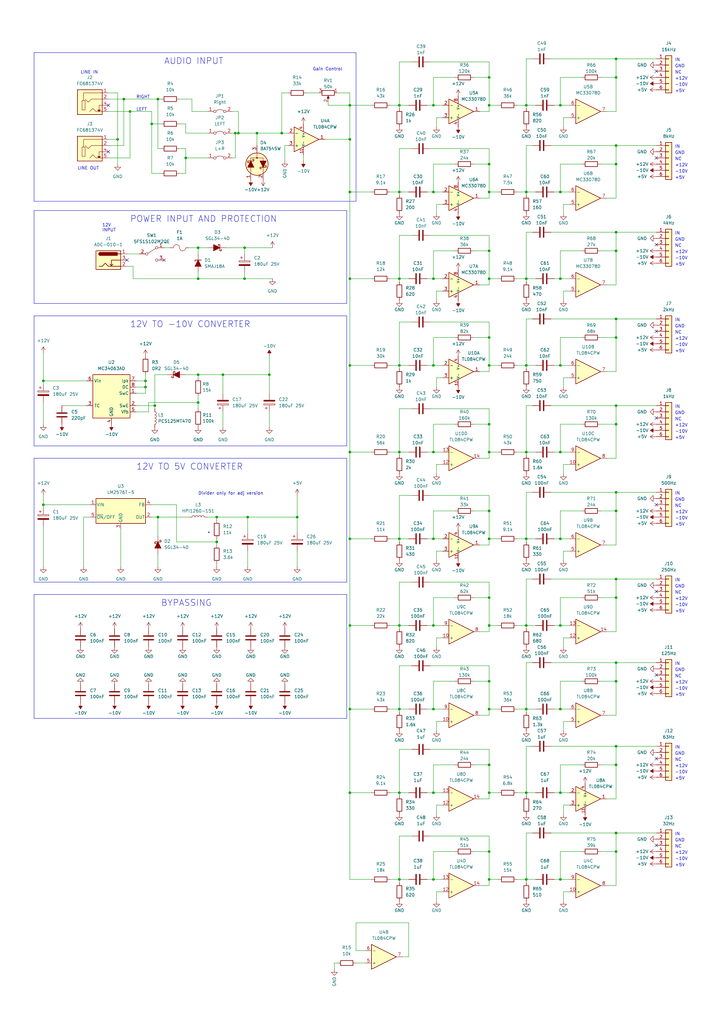
<source format=kicad_sch>
(kicad_sch (version 20230121) (generator eeschema)
  (paper "A3" portrait)
  (title_block (title "Audio Spectroscope Backplane") (date "2024-02-19") (rev "B") (company "Dawid Cisło"))
  (junction (at 200.66 245.11))
  (junction (at 200.66 325.12))
  (junction (at 200.66 220.98))
  (junction (at 143.51 57.15))
  (junction (at 143.51 290.83))
  (junction (at 59.69 156.21))
  (junction (at 115.57 54.61))
  (junction (at 252.73 95.25))
  (junction (at 252.73 201.93))
  (junction (at 200.66 114.3))
  (junction (at 200.66 349.25))
  (junction (at 200.66 138.43))
  (junction (at 200.66 279.4))
  (junction (at 163.83 43.18))
  (junction (at 252.73 138.43))
  (junction (at 177.8 149.86))
  (junction (at 200.66 313.69))
  (junction (at 163.83 78.74))
  (junction (at 200.66 256.54))
  (junction (at 215.9 149.86))
  (junction (at 143.51 114.3))
  (junction (at 100.33 114.3))
  (junction (at 215.9 78.74))
  (junction (at 229.87 290.83))
  (junction (at 81.28 165.1))
  (junction (at 252.73 237.49))
  (junction (at 105.41 54.61))
  (junction (at 229.87 256.54))
  (junction (at 215.9 114.3))
  (junction (at 81.28 101.6))
  (junction (at 110.49 153.67))
  (junction (at 252.73 271.78))
  (junction (at 97.79 54.61))
  (junction (at 62.23 50.8))
  (junction (at 200.66 43.18))
  (junction (at 50.8 40.64))
  (junction (at 252.73 306.07))
  (junction (at 76.2 64.77))
  (junction (at 215.9 290.83))
  (junction (at 91.44 153.67))
  (junction (at 163.83 149.86))
  (junction (at 163.83 256.54))
  (junction (at 200.66 102.87))
  (junction (at 252.73 349.25))
  (junction (at 143.51 149.86))
  (junction (at 177.8 78.74))
  (junction (at 200.66 185.42))
  (junction (at 177.8 43.18))
  (junction (at 17.78 207.01))
  (junction (at 143.51 185.42))
  (junction (at 177.8 114.3))
  (junction (at 177.8 220.98))
  (junction (at 215.9 220.98))
  (junction (at 229.87 360.68))
  (junction (at 252.73 313.69))
  (junction (at 163.83 220.98))
  (junction (at 143.51 43.18))
  (junction (at 229.87 220.98))
  (junction (at 229.87 149.86))
  (junction (at 252.73 102.87))
  (junction (at 215.9 185.42))
  (junction (at 163.83 185.42))
  (junction (at 163.83 360.68))
  (junction (at 88.9 222.25))
  (junction (at 215.9 360.68))
  (junction (at 252.73 31.75))
  (junction (at 252.73 24.13))
  (junction (at 177.8 185.42))
  (junction (at 88.9 212.09))
  (junction (at 229.87 78.74))
  (junction (at 63.5 166.37))
  (junction (at 177.8 290.83))
  (junction (at 252.73 279.4))
  (junction (at 121.92 212.09))
  (junction (at 100.33 101.6))
  (junction (at 252.73 166.37))
  (junction (at 200.66 149.86))
  (junction (at 252.73 341.63))
  (junction (at 177.8 256.54))
  (junction (at 215.9 256.54))
  (junction (at 143.51 325.12))
  (junction (at 200.66 209.55))
  (junction (at 143.51 220.98))
  (junction (at 215.9 325.12))
  (junction (at 229.87 325.12))
  (junction (at 163.83 290.83))
  (junction (at 53.34 45.72))
  (junction (at 59.69 158.75))
  (junction (at 215.9 43.18))
  (junction (at 64.77 40.64))
  (junction (at 101.6 212.09))
  (junction (at 64.77 212.09))
  (junction (at 229.87 43.18))
  (junction (at 200.66 290.83))
  (junction (at 81.28 114.3))
  (junction (at 229.87 185.42))
  (junction (at 163.83 114.3))
  (junction (at 252.73 67.31))
  (junction (at 81.28 153.67))
  (junction (at 252.73 245.11))
  (junction (at 252.73 59.69))
  (junction (at 200.66 78.74))
  (junction (at 200.66 31.75))
  (junction (at 163.83 325.12))
  (junction (at 200.66 67.31))
  (junction (at 252.73 130.81))
  (junction (at 17.78 156.21))
  (junction (at 200.66 173.99))
  (junction (at 177.8 360.68))
  (junction (at 252.73 173.99))
  (junction (at 177.8 325.12))
  (junction (at 96.52 54.61))
  (junction (at 252.73 209.55))
  (junction (at 143.51 78.74))
  (junction (at 229.87 114.3))
  (junction (at 200.66 360.68))
  (junction (at 143.51 256.54))
  (junction (at 48.26 57.15))
  (no_connect (at 44.45 43.18))
  (no_connect (at 44.45 62.23))
  (no_connect (at 269.24 100.33))
  (no_connect (at 269.24 64.77))
  (no_connect (at 269.24 276.86))
  (no_connect (at 269.24 135.89))
  (no_connect (at 269.24 311.15))
  (no_connect (at 269.24 242.57))
  (no_connect (at 269.24 171.45))
  (no_connect (at 269.24 346.71))
  (no_connect (at 67.31 106.68))
  (no_connect (at 269.24 207.01))
  (no_connect (at 52.07 106.68))
  (no_connect (at 269.24 29.21))
  (wire (pts (xy 163.83 325.12) (xy 163.83 326.39)))
  (wire (pts (xy 160.02 220.98) (xy 163.83 220.98)))
  (wire (pts (xy 215.9 306.07) (xy 218.44 306.07)))
  (wire (pts (xy 252.73 271.78) (xy 269.24 271.78)))
  (wire (pts (xy 76.2 71.12) (xy 76.2 64.77)))
  (wire (pts (xy 229.87 349.25) (xy 229.87 360.68)))
  (wire (pts (xy 177.8 43.18) (xy 181.61 43.18)))
  (wire (pts (xy 215.9 166.37) (xy 215.9 185.42)))
  (wire (pts (xy 64.77 40.64) (xy 66.04 40.64)))
  (wire (pts (xy 200.66 290.83) (xy 204.47 290.83)))
  (wire (pts (xy 96.52 64.77) (xy 96.52 54.61)))
  (wire (pts (xy 176.53 238.76) (xy 200.66 238.76)))
  (wire (pts (xy 163.83 203.2) (xy 163.83 220.98)))
  (wire (pts (xy 163.83 256.54) (xy 167.64 256.54)))
  (wire (pts (xy 88.9 222.25) (xy 88.9 223.52)))
  (wire (pts (xy 215.9 290.83) (xy 219.71 290.83)))
  (wire (pts (xy 215.9 341.63) (xy 218.44 341.63)))
  (polyline (pts (xy 13.97 243.84) (xy 13.97 294.64)))
  (wire (pts (xy 175.26 325.12) (xy 177.8 325.12)))
  (wire (pts (xy 229.87 138.43) (xy 229.87 149.86)))
  (wire (pts (xy 54.61 114.3) (xy 81.28 114.3)))
  (wire (pts (xy 238.76 138.43) (xy 229.87 138.43)))
  (wire (pts (xy 53.34 64.77) (xy 44.45 64.77)))
  (wire (pts (xy 226.06 24.13) (xy 252.73 24.13)))
  (wire (pts (xy 200.66 43.18) (xy 204.47 43.18)))
  (wire (pts (xy 143.51 290.83) (xy 143.51 325.12)))
  (wire (pts (xy 252.73 138.43) (xy 252.73 152.4)))
  (wire (pts (xy 231.14 261.62) (xy 233.68 261.62)))
  (wire (pts (xy 196.85 327.66) (xy 200.66 327.66)))
  (wire (pts (xy 59.69 158.75) (xy 59.69 156.21)))
  (wire (pts (xy 179.07 119.38) (xy 181.61 119.38)))
  (wire (pts (xy 55.88 158.75) (xy 59.69 158.75)))
  (wire (pts (xy 143.51 149.86) (xy 152.4 149.86)))
  (wire (pts (xy 149.86 389.89) (xy 146.05 389.89)))
  (wire (pts (xy 160.02 325.12) (xy 163.83 325.12)))
  (wire (pts (xy 186.69 173.99) (xy 177.8 173.99)))
  (wire (pts (xy 97.79 54.61) (xy 97.79 45.72)))
  (wire (pts (xy 252.73 31.75) (xy 252.73 45.72)))
  (wire (pts (xy 229.87 102.87) (xy 229.87 114.3)))
  (polyline (pts (xy 142.24 182.88) (xy 142.24 129.54)))
  (wire (pts (xy 110.49 153.67) (xy 110.49 161.29)))
  (wire (pts (xy 143.51 256.54) (xy 152.4 256.54)))
  (wire (pts (xy 91.44 153.67) (xy 91.44 161.29)))
  (wire (pts (xy 200.66 279.4) (xy 200.66 290.83)))
  (wire (pts (xy 175.26 220.98) (xy 177.8 220.98)))
  (wire (pts (xy 64.77 212.09) (xy 64.77 219.71)))
  (wire (pts (xy 50.8 40.64) (xy 64.77 40.64)))
  (wire (pts (xy 194.31 245.11) (xy 200.66 245.11)))
  (wire (pts (xy 116.84 59.69) (xy 118.11 59.69)))
  (wire (pts (xy 160.02 256.54) (xy 163.83 256.54)))
  (wire (pts (xy 215.9 95.25) (xy 215.9 114.3)))
  (wire (pts (xy 248.92 187.96) (xy 252.73 187.96)))
  (wire (pts (xy 137.16 394.97) (xy 138.43 394.97)))
  (wire (pts (xy 186.69 67.31) (xy 177.8 67.31)))
  (wire (pts (xy 229.87 313.69) (xy 229.87 325.12)))
  (polyline (pts (xy 13.97 86.36) (xy 13.97 124.46)))
  (wire (pts (xy 76.2 50.8) (xy 76.2 54.61)))
  (wire (pts (xy 215.9 149.86) (xy 215.9 151.13)))
  (wire (pts (xy 252.73 237.49) (xy 252.73 245.11)))
  (wire (pts (xy 200.66 256.54) (xy 200.66 259.08)))
  (wire (pts (xy 226.06 201.93) (xy 252.73 201.93)))
  (wire (pts (xy 200.66 25.4) (xy 200.66 31.75)))
  (wire (pts (xy 229.87 185.42) (xy 233.68 185.42)))
  (wire (pts (xy 231.14 119.38) (xy 231.14 123.19)))
  (wire (pts (xy 179.07 48.26) (xy 179.07 52.07)))
  (wire (pts (xy 55.88 156.21) (xy 59.69 156.21)))
  (wire (pts (xy 163.83 342.9) (xy 168.91 342.9)))
  (wire (pts (xy 179.07 330.2) (xy 179.07 334.01)))
  (wire (pts (xy 229.87 220.98) (xy 233.68 220.98)))
  (wire (pts (xy 88.9 220.98) (xy 88.9 222.25)))
  (wire (pts (xy 146.05 378.46) (xy 167.64 378.46)))
  (wire (pts (xy 252.73 349.25) (xy 252.73 363.22)))
  (wire (pts (xy 226.06 130.81) (xy 252.73 130.81)))
  (wire (pts (xy 248.92 81.28) (xy 252.73 81.28)))
  (wire (pts (xy 177.8 245.11) (xy 177.8 256.54)))
  (wire (pts (xy 143.51 256.54) (xy 143.51 290.83)))
  (wire (pts (xy 246.38 209.55) (xy 252.73 209.55)))
  (wire (pts (xy 179.07 119.38) (xy 179.07 123.19)))
  (wire (pts (xy 215.9 237.49) (xy 215.9 256.54)))
  (wire (pts (xy 179.07 83.82) (xy 179.07 87.63)))
  (polyline (pts (xy 13.97 294.64) (xy 142.24 294.64)))
  (wire (pts (xy 91.44 168.91) (xy 91.44 175.26)))
  (wire (pts (xy 200.66 96.52) (xy 200.66 102.87)))
  (wire (pts (xy 200.66 149.86) (xy 200.66 152.4)))
  (wire (pts (xy 163.83 149.86) (xy 167.64 149.86)))
  (wire (pts (xy 248.92 45.72) (xy 252.73 45.72)))
  (wire (pts (xy 85.09 212.09) (xy 88.9 212.09)))
  (wire (pts (xy 100.33 114.3) (xy 100.33 111.76)))
  (wire (pts (xy 163.83 307.34) (xy 168.91 307.34)))
  (wire (pts (xy 227.33 43.18) (xy 229.87 43.18)))
  (wire (pts (xy 200.66 220.98) (xy 200.66 223.52)))
  (wire (pts (xy 196.85 363.22) (xy 200.66 363.22)))
  (wire (pts (xy 238.76 67.31) (xy 229.87 67.31)))
  (wire (pts (xy 143.51 43.18) (xy 152.4 43.18)))
  (wire (pts (xy 200.66 290.83) (xy 200.66 293.37)))
  (wire (pts (xy 101.6 226.06) (xy 101.6 232.41)))
  (wire (pts (xy 215.9 256.54) (xy 219.71 256.54)))
  (wire (pts (xy 54.61 109.22) (xy 54.61 114.3)))
  (polyline (pts (xy 13.97 129.54) (xy 142.24 129.54)))
  (wire (pts (xy 231.14 295.91) (xy 233.68 295.91)))
  (wire (pts (xy 160.02 114.3) (xy 163.83 114.3)))
  (wire (pts (xy 53.34 45.72) (xy 53.34 64.77)))
  (wire (pts (xy 252.73 313.69) (xy 252.73 327.66)))
  (wire (pts (xy 231.14 154.94) (xy 231.14 158.75)))
  (wire (pts (xy 160.02 360.68) (xy 163.83 360.68)))
  (wire (pts (xy 229.87 173.99) (xy 229.87 185.42)))
  (wire (pts (xy 212.09 114.3) (xy 215.9 114.3)))
  (wire (pts (xy 163.83 43.18) (xy 167.64 43.18)))
  (wire (pts (xy 215.9 325.12) (xy 215.9 326.39)))
  (wire (pts (xy 179.07 190.5) (xy 179.07 194.31)))
  (wire (pts (xy 252.73 271.78) (xy 252.73 279.4)))
  (wire (pts (xy 226.06 271.78) (xy 252.73 271.78)))
  (wire (pts (xy 64.77 40.64) (xy 64.77 60.96)))
  (wire (pts (xy 67.31 101.6) (xy 69.85 101.6)))
  (wire (pts (xy 115.57 54.61) (xy 118.11 54.61)))
  (wire (pts (xy 200.66 349.25) (xy 200.66 360.68)))
  (wire (pts (xy 49.53 217.17) (xy 49.53 232.41)))
  (wire (pts (xy 177.8 290.83) (xy 181.61 290.83)))
  (wire (pts (xy 143.51 78.74) (xy 152.4 78.74)))
  (wire (pts (xy 143.51 114.3) (xy 143.51 149.86)))
  (wire (pts (xy 146.05 394.97) (xy 149.86 394.97)))
  (wire (pts (xy 76.2 64.77) (xy 85.09 64.77)))
  (wire (pts (xy 194.31 313.69) (xy 200.66 313.69)))
  (wire (pts (xy 196.85 81.28) (xy 200.66 81.28)))
  (wire (pts (xy 163.83 167.64) (xy 163.83 185.42)))
  (wire (pts (xy 215.9 325.12) (xy 219.71 325.12)))
  (wire (pts (xy 179.07 48.26) (xy 181.61 48.26)))
  (wire (pts (xy 252.73 166.37) (xy 252.73 173.99)))
  (wire (pts (xy 194.31 209.55) (xy 200.66 209.55)))
  (wire (pts (xy 200.66 132.08) (xy 200.66 138.43)))
  (wire (pts (xy 196.85 116.84) (xy 200.66 116.84)))
  (wire (pts (xy 17.78 208.28) (xy 17.78 207.01)))
  (wire (pts (xy 252.73 24.13) (xy 252.73 31.75)))
  (wire (pts (xy 177.8 138.43) (xy 177.8 149.86)))
  (wire (pts (xy 163.83 114.3) (xy 167.64 114.3)))
  (polyline (pts (xy 13.97 124.46) (xy 142.24 124.46)))
  (wire (pts (xy 91.44 153.67) (xy 110.49 153.67)))
  (wire (pts (xy 212.09 43.18) (xy 215.9 43.18)))
  (wire (pts (xy 88.9 212.09) (xy 101.6 212.09)))
  (wire (pts (xy 215.9 59.69) (xy 215.9 78.74)))
  (wire (pts (xy 73.66 71.12) (xy 76.2 71.12)))
  (wire (pts (xy 163.83 132.08) (xy 163.83 149.86)))
  (wire (pts (xy 200.66 256.54) (xy 204.47 256.54)))
  (wire (pts (xy 186.69 313.69) (xy 177.8 313.69)))
  (wire (pts (xy 143.51 114.3) (xy 152.4 114.3)))
  (wire (pts (xy 252.73 24.13) (xy 269.24 24.13)))
  (wire (pts (xy 252.73 209.55) (xy 252.73 223.52)))
  (wire (pts (xy 231.14 83.82) (xy 231.14 87.63)))
  (wire (pts (xy 163.83 290.83) (xy 167.64 290.83)))
  (wire (pts (xy 64.77 60.96) (xy 66.04 60.96)))
  (wire (pts (xy 212.09 290.83) (xy 215.9 290.83)))
  (wire (pts (xy 175.26 360.68) (xy 177.8 360.68)))
  (wire (pts (xy 179.07 295.91) (xy 179.07 299.72)))
  (wire (pts (xy 248.92 327.66) (xy 252.73 327.66)))
  (wire (pts (xy 194.31 67.31) (xy 200.66 67.31)))
  (wire (pts (xy 231.14 83.82) (xy 233.68 83.82)))
  (wire (pts (xy 55.88 166.37) (xy 63.5 166.37)))
  (wire (pts (xy 179.07 261.62) (xy 179.07 265.43)))
  (wire (pts (xy 246.38 102.87) (xy 252.73 102.87)))
  (wire (pts (xy 246.38 245.11) (xy 252.73 245.11)))
  (wire (pts (xy 200.66 167.64) (xy 200.66 173.99)))
  (wire (pts (xy 73.66 40.64) (xy 78.74 40.64)))
  (wire (pts (xy 17.78 203.2) (xy 17.78 207.01)))
  (wire (pts (xy 200.66 209.55) (xy 200.66 220.98)))
  (wire (pts (xy 179.07 190.5) (xy 181.61 190.5)))
  (wire (pts (xy 177.8 67.31) (xy 177.8 78.74)))
  (wire (pts (xy 200.66 313.69) (xy 200.66 325.12)))
  (wire (pts (xy 176.53 96.52) (xy 200.66 96.52)))
  (wire (pts (xy 200.66 360.68) (xy 200.66 363.22)))
  (wire (pts (xy 81.28 165.1) (xy 81.28 167.64)))
  (wire (pts (xy 121.92 212.09) (xy 121.92 218.44)))
  (wire (pts (xy 143.51 38.1) (xy 143.51 43.18)))
  (wire (pts (xy 215.9 24.13) (xy 218.44 24.13)))
  (wire (pts (xy 238.76 245.11) (xy 229.87 245.11)))
  (wire (pts (xy 163.83 78.74) (xy 163.83 80.01)))
  (wire (pts (xy 248.92 152.4) (xy 252.73 152.4)))
  (wire (pts (xy 227.33 78.74) (xy 229.87 78.74)))
  (wire (pts (xy 200.66 185.42) (xy 200.66 187.96)))
  (wire (pts (xy 196.85 45.72) (xy 200.66 45.72)))
  (wire (pts (xy 252.73 306.07) (xy 252.73 313.69)))
  (wire (pts (xy 194.31 102.87) (xy 200.66 102.87)))
  (wire (pts (xy 143.51 220.98) (xy 152.4 220.98)))
  (wire (pts (xy 163.83 96.52) (xy 168.91 96.52)))
  (wire (pts (xy 143.51 43.18) (xy 143.51 57.15)))
  (wire (pts (xy 200.66 342.9) (xy 200.66 349.25)))
  (wire (pts (xy 53.34 45.72) (xy 62.23 45.72)))
  (wire (pts (xy 76.2 153.67) (xy 81.28 153.67)))
  (wire (pts (xy 238.76 102.87) (xy 229.87 102.87)))
  (polyline (pts (xy 13.97 182.88) (xy 142.24 182.88)))
  (wire (pts (xy 212.09 220.98) (xy 215.9 220.98)))
  (wire (pts (xy 163.83 325.12) (xy 167.64 325.12)))
  (wire (pts (xy 48.26 57.15) (xy 48.26 38.1)))
  (wire (pts (xy 163.83 185.42) (xy 163.83 186.69)))
  (wire (pts (xy 81.28 153.67) (xy 81.28 154.94)))
  (wire (pts (xy 200.66 78.74) (xy 200.66 81.28)))
  (wire (pts (xy 229.87 149.86) (xy 233.68 149.86)))
  (wire (pts (xy 81.28 101.6) (xy 85.09 101.6)))
  (wire (pts (xy 48.26 57.15) (xy 48.26 67.31)))
  (wire (pts (xy 64.77 212.09) (xy 77.47 212.09)))
  (wire (pts (xy 238.76 209.55) (xy 229.87 209.55)))
  (wire (pts (xy 143.51 185.42) (xy 143.51 220.98)))
  (wire (pts (xy 196.85 293.37) (xy 200.66 293.37)))
  (wire (pts (xy 17.78 215.9) (xy 17.78 232.41)))
  (wire (pts (xy 121.92 203.2) (xy 121.92 212.09)))
  (wire (pts (xy 163.83 25.4) (xy 163.83 43.18)))
  (wire (pts (xy 163.83 273.05) (xy 163.83 290.83)))
  (wire (pts (xy 163.83 238.76) (xy 168.91 238.76)))
  (wire (pts (xy 252.73 341.63) (xy 269.24 341.63)))
  (wire (pts (xy 160.02 290.83) (xy 163.83 290.83)))
  (wire (pts (xy 163.83 203.2) (xy 168.91 203.2)))
  (wire (pts (xy 215.9 271.78) (xy 218.44 271.78)))
  (polyline (pts (xy 13.97 243.84) (xy 142.24 243.84)))
  (wire (pts (xy 231.14 226.06) (xy 231.14 229.87)))
  (wire (pts (xy 215.9 341.63) (xy 215.9 360.68)))
  (wire (pts (xy 176.53 273.05) (xy 200.66 273.05)))
  (wire (pts (xy 92.71 101.6) (xy 100.33 101.6)))
  (wire (pts (xy 227.33 325.12) (xy 229.87 325.12)))
  (wire (pts (xy 215.9 78.74) (xy 219.71 78.74)))
  (wire (pts (xy 200.66 114.3) (xy 200.66 116.84)))
  (wire (pts (xy 246.38 313.69) (xy 252.73 313.69)))
  (wire (pts (xy 231.14 330.2) (xy 231.14 334.01)))
  (polyline (pts (xy 146.05 82.55) (xy 146.05 21.59)))
  (wire (pts (xy 44.45 45.72) (xy 53.34 45.72)))
  (wire (pts (xy 212.09 325.12) (xy 215.9 325.12)))
  (wire (pts (xy 200.66 245.11) (xy 200.66 256.54)))
  (wire (pts (xy 215.9 130.81) (xy 218.44 130.81)))
  (wire (pts (xy 95.25 54.61) (xy 96.52 54.61)))
  (wire (pts (xy 143.51 78.74) (xy 143.51 114.3)))
  (polyline (pts (xy 142.24 294.64) (xy 142.24 243.84)))
  (wire (pts (xy 115.57 38.1) (xy 115.57 54.61)))
  (wire (pts (xy 246.38 67.31) (xy 252.73 67.31)))
  (wire (pts (xy 52.07 109.22) (xy 54.61 109.22)))
  (wire (pts (xy 179.07 226.06) (xy 179.07 229.87)))
  (wire (pts (xy 215.9 306.07) (xy 215.9 325.12)))
  (wire (pts (xy 215.9 201.93) (xy 215.9 220.98)))
  (wire (pts (xy 179.07 154.94) (xy 179.07 158.75)))
  (wire (pts (xy 200.66 43.18) (xy 200.66 45.72)))
  (wire (pts (xy 252.73 237.49) (xy 269.24 237.49)))
  (wire (pts (xy 179.07 365.76) (xy 179.07 369.57)))
  (wire (pts (xy 248.92 223.52) (xy 252.73 223.52)))
  (wire (pts (xy 231.14 48.26) (xy 233.68 48.26)))
  (wire (pts (xy 200.66 273.05) (xy 200.66 279.4)))
  (wire (pts (xy 63.5 153.67) (xy 68.58 153.67)))
  (wire (pts (xy 110.49 168.91) (xy 110.49 175.26)))
  (wire (pts (xy 81.28 114.3) (xy 100.33 114.3)))
  (wire (pts (xy 215.9 43.18) (xy 215.9 44.45)))
  (wire (pts (xy 176.53 342.9) (xy 200.66 342.9)))
  (wire (pts (xy 215.9 114.3) (xy 215.9 115.57)))
  (wire (pts (xy 252.73 341.63) (xy 252.73 349.25)))
  (wire (pts (xy 252.73 102.87) (xy 252.73 116.84)))
  (wire (pts (xy 134.62 43.18) (xy 143.51 43.18)))
  (wire (pts (xy 215.9 220.98) (xy 219.71 220.98)))
  (wire (pts (xy 121.92 226.06) (xy 121.92 232.41)))
  (wire (pts (xy 163.83 96.52) (xy 163.83 114.3)))
  (wire (pts (xy 63.5 153.67) (xy 63.5 166.37)))
  (wire (pts (xy 231.14 119.38) (xy 233.68 119.38)))
  (wire (pts (xy 97.79 54.61) (xy 105.41 54.61)))
  (polyline (pts (xy 13.97 187.96) (xy 142.24 187.96)))
  (wire (pts (xy 200.66 220.98) (xy 204.47 220.98)))
  (wire (pts (xy 100.33 114.3) (xy 111.76 114.3)))
  (wire (pts (xy 194.31 31.75) (xy 200.66 31.75)))
  (wire (pts (xy 55.88 161.29) (xy 59.69 161.29)))
  (wire (pts (xy 175.26 185.42) (xy 177.8 185.42)))
  (wire (pts (xy 196.85 152.4) (xy 200.66 152.4)))
  (wire (pts (xy 97.79 45.72) (xy 95.25 45.72)))
  (wire (pts (xy 163.83 256.54) (xy 163.83 257.81)))
  (wire (pts (xy 177.8 102.87) (xy 177.8 114.3)))
  (wire (pts (xy 176.53 203.2) (xy 200.66 203.2)))
  (wire (pts (xy 229.87 325.12) (xy 233.68 325.12)))
  (wire (pts (xy 229.87 43.18) (xy 233.68 43.18)))
  (wire (pts (xy 215.9 78.74) (xy 215.9 80.01)))
  (wire (pts (xy 163.83 360.68) (xy 163.83 361.95)))
  (wire (pts (xy 163.83 149.86) (xy 163.83 151.13)))
  (wire (pts (xy 17.78 156.21) (xy 17.78 157.48)))
  (wire (pts (xy 238.76 31.75) (xy 229.87 31.75)))
  (wire (pts (xy 163.83 185.42) (xy 167.64 185.42)))
  (wire (pts (xy 179.07 295.91) (xy 181.61 295.91)))
  (wire (pts (xy 50.8 40.64) (xy 44.45 40.64)))
  (wire (pts (xy 73.66 60.96) (xy 76.2 60.96)))
  (polyline (pts (xy 13.97 86.36) (xy 142.24 86.36)))
  (wire (pts (xy 62.23 50.8) (xy 62.23 71.12)))
  (wire (pts (xy 229.87 279.4) (xy 229.87 290.83)))
  (wire (pts (xy 110.49 146.05) (xy 110.49 153.67)))
  (wire (pts (xy 73.66 50.8) (xy 76.2 50.8)))
  (wire (pts (xy 17.78 207.01) (xy 36.83 207.01)))
  (wire (pts (xy 252.73 67.31) (xy 252.73 81.28)))
  (wire (pts (xy 227.33 360.68) (xy 229.87 360.68)))
  (wire (pts (xy 200.66 238.76) (xy 200.66 245.11)))
  (wire (pts (xy 227.33 256.54) (xy 229.87 256.54)))
  (wire (pts (xy 34.29 212.09) (xy 34.29 232.41)))
  (wire (pts (xy 186.69 279.4) (xy 177.8 279.4)))
  (wire (pts (xy 200.66 185.42) (xy 204.47 185.42)))
  (wire (pts (xy 177.8 31.75) (xy 177.8 43.18)))
  (wire (pts (xy 246.38 31.75) (xy 252.73 31.75)))
  (wire (pts (xy 17.78 156.21) (xy 35.56 156.21)))
  (wire (pts (xy 215.9 360.68) (xy 215.9 361.95)))
  (wire (pts (xy 175.26 256.54) (xy 177.8 256.54)))
  (wire (pts (xy 17.78 144.78) (xy 17.78 156.21)))
  (wire (pts (xy 229.87 67.31) (xy 229.87 78.74)))
  (wire (pts (xy 78.74 45.72) (xy 85.09 45.72)))
  (wire (pts (xy 252.73 201.93) (xy 269.24 201.93)))
  (wire (pts (xy 179.07 330.2) (xy 181.61 330.2)))
  (wire (pts (xy 252.73 173.99) (xy 252.73 187.96)))
  (wire (pts (xy 231.14 365.76) (xy 231.14 369.57)))
  (wire (pts (xy 215.9 360.68) (xy 219.71 360.68)))
  (wire (pts (xy 215.9 201.93) (xy 218.44 201.93)))
  (wire (pts (xy 163.83 342.9) (xy 163.83 360.68)))
  (wire (pts (xy 215.9 185.42) (xy 215.9 186.69)))
  (wire (pts (xy 176.53 167.64) (xy 200.66 167.64)))
  (wire (pts (xy 175.26 114.3) (xy 177.8 114.3)))
  (wire (pts (xy 200.66 114.3) (xy 204.47 114.3)))
  (wire (pts (xy 163.83 220.98) (xy 167.64 220.98)))
  (wire (pts (xy 231.14 190.5) (xy 233.68 190.5)))
  (wire (pts (xy 59.69 161.29) (xy 59.69 158.75)))
  (wire (pts (xy 62.23 71.12) (xy 66.04 71.12)))
  (wire (pts (xy 231.14 154.94) (xy 233.68 154.94)))
  (wire (pts (xy 200.66 138.43) (xy 200.66 149.86)))
  (wire (pts (xy 88.9 212.09) (xy 88.9 213.36)))
  (wire (pts (xy 163.83 290.83) (xy 163.83 292.1)))
  (wire (pts (xy 186.69 349.25) (xy 177.8 349.25)))
  (wire (pts (xy 175.26 43.18) (xy 177.8 43.18)))
  (wire (pts (xy 62.23 45.72) (xy 62.23 50.8)))
  (polyline (pts (xy 13.97 129.54) (xy 13.97 182.88)))
  (wire (pts (xy 231.14 261.62) (xy 231.14 265.43)))
  (wire (pts (xy 105.41 54.61) (xy 115.57 54.61)))
  (wire (pts (xy 200.66 173.99) (xy 200.66 185.42)))
  (wire (pts (xy 229.87 256.54) (xy 233.68 256.54)))
  (wire (pts (xy 229.87 114.3) (xy 233.68 114.3)))
  (wire (pts (xy 200.66 60.96) (xy 200.66 67.31)))
  (wire (pts (xy 229.87 209.55) (xy 229.87 220.98)))
  (wire (pts (xy 177.8 209.55) (xy 177.8 220.98)))
  (wire (pts (xy 200.66 325.12) (xy 200.66 327.66)))
  (wire (pts (xy 215.9 130.81) (xy 215.9 149.86)))
  (wire (pts (xy 252.73 130.81) (xy 252.73 138.43)))
  (wire (pts (xy 212.09 256.54) (xy 215.9 256.54)))
  (wire (pts (xy 176.53 25.4) (xy 200.66 25.4)))
  (wire (pts (xy 81.28 101.6) (xy 81.28 104.14)))
  (wire (pts (xy 252.73 95.25) (xy 269.24 95.25)))
  (wire (pts (xy 100.33 101.6) (xy 100.33 104.14)))
  (wire (pts (xy 226.06 341.63) (xy 252.73 341.63)))
  (wire (pts (xy 95.25 64.77) (xy 96.52 64.77)))
  (wire (pts (xy 143.51 325.12) (xy 143.51 360.68)))
  (wire (pts (xy 215.9 59.69) (xy 218.44 59.69)))
  (wire (pts (xy 62.23 50.8) (xy 66.04 50.8)))
  (wire (pts (xy 215.9 185.42) (xy 219.71 185.42)))
  (wire (pts (xy 76.2 64.77) (xy 76.2 60.96)))
  (wire (pts (xy 177.8 220.98) (xy 181.61 220.98)))
  (wire (pts (xy 200.66 307.34) (xy 200.66 313.69)))
  (wire (pts (xy 163.83 238.76) (xy 163.83 256.54)))
  (wire (pts (xy 64.77 227.33) (xy 64.77 232.41)))
  (wire (pts (xy 252.73 306.07) (xy 269.24 306.07)))
  (wire (pts (xy 143.51 220.98) (xy 143.51 256.54)))
  (wire (pts (xy 177.8 360.68) (xy 181.61 360.68)))
  (wire (pts (xy 134.62 41.91) (xy 134.62 43.18)))
  (wire (pts (xy 215.9 271.78) (xy 215.9 290.83)))
  (wire (pts (xy 138.43 38.1) (xy 143.51 38.1)))
  (polyline (pts (xy 13.97 187.96) (xy 13.97 238.76)))
  (polyline (pts (xy 13.97 82.55) (xy 146.05 82.55)))
  (wire (pts (xy 246.38 279.4) (xy 252.73 279.4)))
  (wire (pts (xy 231.14 48.26) (xy 231.14 52.07)))
  (wire (pts (xy 252.73 130.81) (xy 269.24 130.81)))
  (wire (pts (xy 88.9 222.25) (xy 72.39 222.25)))
  (wire (pts (xy 163.83 360.68) (xy 167.64 360.68)))
  (wire (pts (xy 215.9 43.18) (xy 219.71 43.18)))
  (wire (pts (xy 246.38 138.43) (xy 252.73 138.43)))
  (wire (pts (xy 81.28 111.76) (xy 81.28 114.3)))
  (wire (pts (xy 186.69 31.75) (xy 177.8 31.75)))
  (wire (pts (xy 186.69 102.87) (xy 177.8 102.87)))
  (wire (pts (xy 124.46 63.5) (xy 124.46 66.04)))
  (wire (pts (xy 229.87 245.11) (xy 229.87 256.54)))
  (wire (pts (xy 177.8 173.99) (xy 177.8 185.42)))
  (wire (pts (xy 186.69 209.55) (xy 177.8 209.55)))
  (wire (pts (xy 248.92 293.37) (xy 252.73 293.37)))
  (wire (pts (xy 78.74 40.64) (xy 78.74 45.72)))
  (wire (pts (xy 60.96 165.1) (xy 81.28 165.1)))
  (wire (pts (xy 160.02 43.18) (xy 163.83 43.18)))
  (wire (pts (xy 167.64 378.46) (xy 167.64 392.43)))
  (wire (pts (xy 177.8 114.3) (xy 181.61 114.3)))
  (wire (pts (xy 226.06 95.25) (xy 252.73 95.25)))
  (wire (pts (xy 133.35 57.15) (xy 143.51 57.15)))
  (polyline (pts (xy 13.97 21.59) (xy 146.05 21.59)))
  (wire (pts (xy 227.33 220.98) (xy 229.87 220.98)))
  (wire (pts (xy 231.14 190.5) (xy 231.14 194.31)))
  (wire (pts (xy 59.69 153.67) (xy 59.69 156.21)))
  (wire (pts (xy 177.8 185.42) (xy 181.61 185.42)))
  (wire (pts (xy 143.51 185.42) (xy 152.4 185.42)))
  (wire (pts (xy 229.87 360.68) (xy 233.68 360.68)))
  (wire (pts (xy 52.07 104.14) (xy 57.15 104.14)))
  (wire (pts (xy 146.05 389.89) (xy 146.05 378.46)))
  (wire (pts (xy 72.39 207.01) (xy 62.23 207.01)))
  (wire (pts (xy 125.73 38.1) (xy 130.81 38.1)))
  (wire (pts (xy 143.51 290.83) (xy 152.4 290.83)))
  (wire (pts (xy 200.66 360.68) (xy 204.47 360.68)))
  (wire (pts (xy 252.73 59.69) (xy 269.24 59.69)))
  (wire (pts (xy 163.83 273.05) (xy 168.91 273.05)))
  (wire (pts (xy 179.07 154.94) (xy 181.61 154.94)))
  (wire (pts (xy 200.66 31.75) (xy 200.66 43.18)))
  (wire (pts (xy 44.45 59.69) (xy 50.8 59.69)))
  (wire (pts (xy 231.14 295.91) (xy 231.14 299.72)))
  (wire (pts (xy 163.83 307.34) (xy 163.83 325.12)))
  (wire (pts (xy 163.83 78.74) (xy 167.64 78.74)))
  (wire (pts (xy 81.28 165.1) (xy 81.28 162.56)))
  (wire (pts (xy 200.66 102.87) (xy 200.66 114.3)))
  (wire (pts (xy 238.76 279.4) (xy 229.87 279.4)))
  (wire (pts (xy 177.8 313.69) (xy 177.8 325.12)))
  (wire (pts (xy 101.6 212.09) (xy 101.6 218.44)))
  (wire (pts (xy 229.87 78.74) (xy 233.68 78.74)))
  (wire (pts (xy 227.33 290.83) (xy 229.87 290.83)))
  (wire (pts (xy 163.83 60.96) (xy 163.83 78.74)))
  (wire (pts (xy 238.76 173.99) (xy 229.87 173.99)))
  (wire (pts (xy 160.02 78.74) (xy 163.83 78.74)))
  (wire (pts (xy 215.9 290.83) (xy 215.9 292.1)))
  (wire (pts (xy 200.66 78.74) (xy 204.47 78.74)))
  (wire (pts (xy 212.09 78.74) (xy 215.9 78.74)))
  (polyline (pts (xy 142.24 124.46) (xy 142.24 86.36)))
  (wire (pts (xy 163.83 220.98) (xy 163.83 222.25)))
  (wire (pts (xy 194.31 279.4) (xy 200.66 279.4)))
  (wire (pts (xy 231.14 330.2) (xy 233.68 330.2)))
  (wire (pts (xy 194.31 173.99) (xy 200.66 173.99)))
  (wire (pts (xy 194.31 349.25) (xy 200.66 349.25)))
  (wire (pts (xy 215.9 256.54) (xy 215.9 257.81)))
  (wire (pts (xy 215.9 95.25) (xy 218.44 95.25)))
  (wire (pts (xy 179.07 83.82) (xy 181.61 83.82)))
  (wire (pts (xy 163.83 25.4) (xy 168.91 25.4)))
  (wire (pts (xy 175.26 78.74) (xy 177.8 78.74)))
  (wire (pts (xy 101.6 212.09) (xy 121.92 212.09)))
  (wire (pts (xy 226.06 237.49) (xy 252.73 237.49)))
  (wire (pts (xy 231.14 226.06) (xy 233.68 226.06)))
  (wire (pts (xy 238.76 313.69) (xy 229.87 313.69)))
  (wire (pts (xy 17.78 165.1) (xy 17.78 173.99)))
  (wire (pts (xy 196.85 223.52) (xy 200.66 223.52)))
  (wire (pts (xy 252.73 95.25) (xy 252.73 102.87)))
  (wire (pts (xy 177.8 149.86) (xy 181.61 149.86)))
  (wire (pts (xy 248.92 116.84) (xy 252.73 116.84)))
  (wire (pts (xy 100.33 101.6) (xy 111.76 101.6)))
  (wire (pts (xy 62.23 212.09) (xy 64.77 212.09)))
  (wire (pts (xy 229.87 290.83) (xy 233.68 290.83)))
  (wire (pts (xy 48.26 38.1) (xy 44.45 38.1)))
  (wire (pts (xy 215.9 114.3) (xy 219.71 114.3)))
  (wire (pts (xy 186.69 138.43) (xy 177.8 138.43)))
  (wire (pts (xy 177.8 325.12) (xy 181.61 325.12)))
  (wire (pts (xy 196.85 187.96) (xy 200.66 187.96)))
  (wire (pts (xy 88.9 231.14) (xy 88.9 232.41)))
  (wire (pts (xy 167.64 392.43) (xy 165.1 392.43)))
  (wire (pts (xy 176.53 307.34) (xy 200.66 307.34)))
  (wire (pts (xy 160.02 185.42) (xy 163.83 185.42)))
  (wire (pts (xy 212.09 360.68) (xy 215.9 360.68)))
  (wire (pts (xy 163.83 132.08) (xy 168.91 132.08)))
  (wire (pts (xy 177.8 78.74) (xy 181.61 78.74)))
  (wire (pts (xy 252.73 59.69) (xy 252.73 67.31)))
  (wire (pts (xy 25.4 166.37) (xy 35.56 166.37)))
  (wire (pts (xy 194.31 138.43) (xy 200.66 138.43)))
  (wire (pts (xy 116.84 59.69) (xy 116.84 66.04)))
  (wire (pts (xy 96.52 54.61) (xy 97.79 54.61)))
  (wire (pts (xy 175.26 290.83) (xy 177.8 290.83)))
  (wire (pts (xy 177.8 279.4) (xy 177.8 290.83)))
  (wire (pts (xy 143.51 360.68) (xy 152.4 360.68)))
  (wire (pts (xy 179.07 261.62) (xy 181.61 261.62)))
  (wire (pts (xy 176.53 132.08) (xy 200.66 132.08)))
  (wire (pts (xy 252.73 201.93) (xy 252.73 209.55)))
  (wire (pts (xy 227.33 185.42) (xy 229.87 185.42)))
  (wire (pts (xy 246.38 349.25) (xy 252.73 349.25)))
  (wire (pts (xy 105.41 54.61) (xy 105.41 59.69)))
  (wire (pts (xy 137.16 397.51) (xy 137.16 394.97)))
  (wire (pts (xy 177.8 349.25) (xy 177.8 360.68)))
  (wire (pts (xy 163.83 114.3) (xy 163.83 115.57)))
  (wire (pts (xy 179.07 226.06) (xy 181.61 226.06)))
  (wire (pts (xy 252.73 166.37) (xy 269.24 166.37)))
  (wire (pts (xy 248.92 259.08) (xy 252.73 259.08)))
  (wire (pts (xy 177.8 256.54) (xy 181.61 256.54)))
  (wire (pts (xy 50.8 59.69) (xy 50.8 40.64)))
  (wire (pts (xy 226.06 59.69) (xy 252.73 59.69)))
  (wire (pts (xy 215.9 149.86) (xy 219.71 149.86)))
  (wire (pts (xy 200.66 325.12) (xy 204.47 325.12)))
  (polyline (pts (xy 142.24 238.76) (xy 142.24 187.96)))
  (wire (pts (xy 34.29 212.09) (xy 36.83 212.09)))
  (wire (pts (xy 231.14 365.76) (xy 233.68 365.76)))
  (wire (pts (xy 60.96 168.91) (xy 60.96 165.1)))
  (wire (pts (xy 227.33 114.3) (xy 229.87 114.3)))
  (wire (pts (xy 212.09 149.86) (xy 215.9 149.86)))
  (wire (pts (xy 77.47 101.6) (xy 81.28 101.6)))
  (wire (pts (xy 215.9 166.37) (xy 218.44 166.37)))
  (wire (pts (xy 215.9 237.49) (xy 218.44 237.49)))
  (wire (pts (xy 179.07 365.76) (xy 181.61 365.76)))
  (wire (pts (xy 163.83 60.96) (xy 168.91 60.96)))
  (wire (pts (xy 118.11 38.1) (xy 115.57 38.1)))
  (wire (pts (xy 200.66 67.31) (xy 200.66 78.74)))
  (wire (pts (xy 175.26 149.86) (xy 177.8 149.86)))
  (wire (pts (xy 252.73 279.4) (xy 252.73 293.37)))
  (polyline (pts (xy 13.97 238.76) (xy 142.24 238.76)))
  (wire (pts (xy 200.66 149.86) (xy 204.47 149.86)))
  (wire (pts (xy 143.51 149.86) (xy 143.51 185.42)))
  (wire (pts (xy 160.02 149.86) (xy 163.83 149.86)))
  (wire (pts (xy 248.92 363.22) (xy 252.73 363.22)))
  (wire (pts (xy 227.33 149.86) (xy 229.87 149.86)))
  (wire (pts (xy 252.73 245.11) (xy 252.73 259.08)))
  (wire (pts (xy 76.2 54.61) (xy 85.09 54.61)))
  (wire (pts (xy 215.9 24.13) (xy 215.9 43.18)))
  (wire (pts (xy 176.53 60.96) (xy 200.66 60.96)))
  (wire (pts (xy 196.85 259.08) (xy 200.66 259.08)))
  (wire (pts (xy 72.39 222.25) (xy 72.39 207.01)))
  (polyline (pts (xy 13.97 21.59) (xy 13.97 82.55)))
  (wire (pts (xy 212.09 185.42) (xy 215.9 185.42)))
  (wire (pts (xy 163.83 43.18) (xy 163.83 44.45)))
  (wire (pts (xy 246.38 173.99) (xy 252.73 173.99)))
  (wire (pts (xy 226.06 166.37) (xy 252.73 166.37)))
  (wire (pts (xy 44.45 57.15) (xy 48.26 57.15)))
  (wire (pts (xy 238.76 349.25) (xy 229.87 349.25)))
  (wire (pts (xy 163.83 167.64) (xy 168.91 167.64)))
  (wire (pts (xy 200.66 203.2) (xy 200.66 209.55)))
  (wire (pts (xy 186.69 245.11) (xy 177.8 245.11)))
  (wire (pts (xy 215.9 220.98) (xy 215.9 222.25)))
  (wire (pts (xy 81.28 153.67) (xy 91.44 153.67)))
  (wire (pts (xy 229.87 31.75) (xy 229.87 43.18)))
  (wire (pts (xy 226.06 306.07) (xy 252.73 306.07)))
  (wire (pts (xy 143.51 325.12) (xy 152.4 325.12)))
  (wire (pts (xy 63.5 166.37) (xy 63.5 167.64)))
  (wire (pts (xy 55.88 168.91) (xy 60.96 168.91)))
  (wire (pts (xy 143.51 57.15) (xy 143.51 78.74)))
  (text "+5V" (at 276.86 251.46 0) (effects (font (size 1.27 1.27)) (justify left bottom)))
  (text "LINE OUT" (at 31.75 69.85 0) (effects (font (size 1.27 1.27)) (justify left bottom)))
  (text "GND" (at 276.86 99.06 0) (effects (font (size 1.27 1.27)) (justify left bottom)))
  (text "NC" (at 276.86 347.98 0) (effects (font (size 1.27 1.27)) (justify left bottom)))
  (text "-10V" (at 276.86 142.24 0) (effects (font (size 1.27 1.27)) (justify left bottom)))
  (text "LINE IN" (at 33.02 30.48 0) (effects (font (size 1.27 1.27)) (justify left bottom)))
  (text "+5V" (at 276.86 215.9 0) (effects (font (size 1.27 1.27)) (justify left bottom)))
  (text "+5V" (at 276.86 73.66 0) (effects (font (size 1.27 1.27)) (justify left bottom)))
  (text "RIGHT" (at 55.88 40.64 0) (effects (font (size 1.27 1.27)) (justify left bottom)))
  (text "NC" (at 276.86 66.04 0) (effects (font (size 1.27 1.27)) (justify left bottom)))
  (text "+12V" (at 276.86 350.52 0) (effects (font (size 1.27 1.27)) (justify left bottom)))
  (text "IN" (at 276.86 167.64 0) (effects (font (size 1.27 1.27)) (justify left bottom)))
  (text "NC" (at 276.86 137.16 0) (effects (font (size 1.27 1.27)) (justify left bottom)))
  (text "+5V" (at 276.86 144.78 0) (effects (font (size 1.27 1.27)) (justify left bottom)))
  (text "12V TO -10V CONVERTER" (at 53.34 134.62 0) (effects (font (size 2.54 2.54)) (justify left bottom)))
  (text "GND" (at 276.86 241.3 0) (effects (font (size 1.27 1.27)) (justify left bottom)))
  (text "IN" (at 276.86 25.4 0) (effects (font (size 1.27 1.27)) (justify left bottom)))
  (text "NC" (at 276.86 278.13 0) (effects (font (size 1.27 1.27)) (justify left bottom)))
  (text "+12V" (at 276.86 246.38 0) (effects (font (size 1.27 1.27)) (justify left bottom)))
  (text "+12V" (at 276.86 210.82 0) (effects (font (size 1.27 1.27)) (justify left bottom)))
  (text "+5V" (at 276.86 285.75 0) (effects (font (size 1.27 1.27)) (justify left bottom)))
  (text "+12V" (at 276.86 280.67 0) (effects (font (size 1.27 1.27)) (justify left bottom)))
  (text "-10V" (at 276.86 213.36 0) (effects (font (size 1.27 1.27)) (justify left bottom)))
  (text "LEFT" (at 55.88 45.72 0) (effects (font (size 1.27 1.27)) (justify left bottom)))
  (text "GND" (at 276.86 27.94 0) (effects (font (size 1.27 1.27)) (justify left bottom)))
  (text "IN" (at 276.86 96.52 0) (effects (font (size 1.27 1.27)) (justify left bottom)))
  (text "IN" (at 276.86 132.08 0) (effects (font (size 1.27 1.27)) (justify left bottom)))
  (text "NC" (at 276.86 208.28 0) (effects (font (size 1.27 1.27)) (justify left bottom)))
  (text "AUDIO INPUT" (at 67.31 26.67 0) (effects (font (size 2.54 2.54)) (justify left bottom)))
  (text "+12V" (at 276.86 314.96 0) (effects (font (size 1.27 1.27)) (justify left bottom)))
  (text "-10V" (at 276.86 283.21 0) (effects (font (size 1.27 1.27)) (justify left bottom)))
  (text "+12V" (at 276.86 104.14 0) (effects (font (size 1.27 1.27)) (justify left bottom)))
  (text "IN" (at 276.86 273.05 0) (effects (font (size 1.27 1.27)) (justify left bottom)))
  (text "IN" (at 276.86 307.34 0) (effects (font (size 1.27 1.27)) (justify left bottom)))
  (text "-10V" (at 276.86 71.12 0) (effects (font (size 1.27 1.27)) (justify left bottom)))
  (text "GND" (at 276.86 309.88 0) (effects (font (size 1.27 1.27)) (justify left bottom)))
  (text "Gain Control" (at 128.27 29.21 0) (effects (font (size 1.27 1.27)) (justify left bottom)))
  (text "*" (at 85.09 219.71 0) (effects (font (size 1.27 1.27)) (justify left bottom)))
  (text "BYPASSING" (at 66.04 248.92 0) (effects (font (size 2.54 2.54)) (justify left bottom)))
  (text "+5V" (at 276.86 180.34 0) (effects (font (size 1.27 1.27)) (justify left bottom)))
  (text "NC" (at 276.86 172.72 0) (effects (font (size 1.27 1.27)) (justify left bottom)))
  (text "-10V" (at 276.86 177.8 0) (effects (font (size 1.27 1.27)) (justify left bottom)))
  (text "GND" (at 276.86 345.44 0) (effects (font (size 1.27 1.27)) (justify left bottom)))
  (text "-10V" (at 276.86 106.68 0) (effects (font (size 1.27 1.27)) (justify left bottom)))
  (text "GND" (at 276.86 170.18 0) (effects (font (size 1.27 1.27)) (justify left bottom)))
  (text "12V TO 5V CONVERTER" (at 55.88 193.04 0) (effects (font (size 2.54 2.54)) (justify left bottom)))
  (text "+5V" (at 276.86 109.22 0) (effects (font (size 1.27 1.27)) (justify left bottom)))
  (text "IN" (at 276.86 238.76 0) (effects (font (size 1.27 1.27)) (justify left bottom)))
  (text "IN" (at 276.86 342.9 0) (effects (font (size 1.27 1.27)) (justify left bottom)))
  (text "Divider only for adj version" (at 81.28 203.2 0) (effects (font (size 1.27 1.27)) (justify left bottom)))
  (text "-10V" (at 276.86 35.56 0) (effects (font (size 1.27 1.27)) (justify left bottom)))
  (text "+5V" (at 276.86 38.1 0) (effects (font (size 1.27 1.27)) (justify left bottom)))
  (text "+5V" (at 276.86 355.6 0) (effects (font (size 1.27 1.27)) (justify left bottom)))
  (text "+12V" (at 276.86 175.26 0) (effects (font (size 1.27 1.27)) (justify left bottom)))
  (text "GND" (at 276.86 134.62 0) (effects (font (size 1.27 1.27)) (justify left bottom)))
  (text "+12V" (at 276.86 68.58 0) (effects (font (size 1.27 1.27)) (justify left bottom)))
  (text "IN" (at 276.86 203.2 0) (effects (font (size 1.27 1.27)) (justify left bottom)))
  (text "NC" (at 276.86 30.48 0) (effects (font (size 1.27 1.27)) (justify left bottom)))
  (text "-10V" (at 276.86 317.5 0) (effects (font (size 1.27 1.27)) (justify left bottom)))
  (text "-10V" (at 276.86 248.92 0) (effects (font (size 1.27 1.27)) (justify left bottom)))
  (text "GND" (at 276.86 63.5 0) (effects (font (size 1.27 1.27)) (justify left bottom)))
  (text "-10V" (at 276.86 353.06 0) (effects (font (size 1.27 1.27)) (justify left bottom)))
  (text "12V\nINPUT" (at 41.91 95.25 0) (effects (font (size 1.27 1.27)) (justify left bottom)))
  (text "+12V" (at 276.86 33.02 0) (effects (font (size 1.27 1.27)) (justify left bottom)))
  (text "POWER INPUT AND PROTECTION" (at 53.34 91.44 0) (effects (font (size 2.54 2.54)) (justify left bottom)))
  (text "NC" (at 276.86 243.84 0) (effects (font (size 1.27 1.27)) (justify left bottom)))
  (text "+12V" (at 276.86 139.7 0) (effects (font (size 1.27 1.27)) (justify left bottom)))
  (text "GND" (at 276.86 205.74 0) (effects (font (size 1.27 1.27)) (justify left bottom)))
  (text "+5V" (at 276.86 320.04 0) (effects (font (size 1.27 1.27)) (justify left bottom)))
  (text "NC" (at 276.86 101.6 0) (effects (font (size 1.27 1.27)) (justify left bottom)))
  (text "GND" (at 276.86 275.59 0) (effects (font (size 1.27 1.27)) (justify left bottom)))
  (text "NC" (at 276.86 312.42 0) (effects (font (size 1.27 1.27)) (justify left bottom)))
  (text "IN" (at 276.86 60.96 0) (effects (font (size 1.27 1.27)) (justify left bottom)))
  (symbol (lib_id "Amplifier_Operational_AKL:TL084CPW") (at 240.03 187.96 0) (unit 3)
    (property "Reference" "U10" (at 241.3 177.8 0))
    (property "Value" "TL084CPW" (at 241.3 180.34 0))
    (property "Footprint" "Package_SO_AKL:TSSOP-14_4.4x5mm_P0.65mm" (effects hide))
    (property "Datasheet" "https://www.ti.com/lit/ds/symlink/tl081h.pdf?ts=1635082419092&ref_url=https%253A%252F%252Fwww.google.com%252F" (effects hide))
  )
  (symbol (lib_id "4ms_Power-symbol:GND") (at 163.83 52.07 0) (unit 1)
    (property "Reference" "#PWR072" (effects hide))
    (property "Value" "GND" (at 163.83 55.88 0))
  )
  (symbol (lib_id "4ms_Power-symbol:GND") (at 215.9 87.63 0) (unit 1)
    (property "Reference" "#PWR0105" (effects hide))
    (property "Value" "GND" (at 215.9 91.44 0))
  )
  (symbol (lib_id "Device:R") (at 190.5 313.69 90) (unit 1)
    (property "Reference" "R44" (at 190.5 308.61 90))
    (property "Value" "24k" (at 190.5 311.15 90))
    (property "Footprint" "Resistor_SMD_AKL:R_0603_1608Metric" (effects hide))
  )
  (symbol (lib_id "4ms_Power-symbol:GND") (at 215.9 123.19 0) (unit 1)
    (property "Reference" "#PWR0106" (effects hide))
    (property "Value" "GND" (at 215.9 127 0))
  )
  (symbol (lib_id "4ms_Power-symbol:GND") (at 269.24 344.17 270) (unit 1)
    (property "Reference" "#PWR0160" (effects hide))
    (property "Value" "GND" (at 265.43 344.1699 90) (effects (justify right)))
  )
  (symbol (lib_id "Device:C") (at 223.52 220.98 90) (unit 1)
    (property "Reference" "C64" (at 223.52 214.63 90))
    (property "Value" "100nF" (at 223.52 217.17 90))
    (property "Footprint" "Capacitor_SMD_AKL:C_0603_1608Metric" (effects hide))
  )
  (symbol (lib_id "Device:R") (at 163.83 83.82 180) (unit 1)
    (property "Reference" "R27" (at 166.37 82.5499 0) (effects (justify right)))
    (property "Value" "200" (at 166.37 85.0899 0) (effects (justify right)))
    (property "Footprint" "Resistor_SMD_AKL:R_0603_1608Metric" (effects hide))
  )
  (symbol (lib_id "4ms_Power-symbol:GND") (at 179.07 369.57 0) (unit 1)
    (property "Reference" "#PWR091" (effects hide))
    (property "Value" "GND" (at 179.07 373.38 0))
  )
  (symbol (lib_id "power:+12V") (at 187.96 217.17 0) (unit 1)
    (property "Reference" "#PWR014" (effects hide))
    (property "Value" "+12V" (at 187.96 212.09 0))
  )
  (symbol (lib_id "4ms_Power-symbol:GND") (at 33.02 265.43 0) (unit 1)
    (property "Reference" "#PWR010" (effects hide))
    (property "Value" "GND" (at 33.02 269.24 0))
  )
  (symbol (lib_id "power:+12V") (at 269.24 313.69 90) (unit 1)
    (property "Reference" "#PWR044" (effects hide))
    (property "Value" "+12V" (at 266.065 313.69 90) (effects (justify left)))
  )
  (symbol (lib_id "4ms_Power-symbol:GND") (at 34.29 232.41 0) (unit 1)
    (property "Reference" "#PWR013" (effects hide))
    (property "Value" "GND" (at 34.29 237.49 0))
  )
  (symbol (lib_id "Device:R") (at 208.28 78.74 90) (unit 1)
    (property "Reference" "R47" (at 208.28 72.39 90))
    (property "Value" "7.5k" (at 208.28 74.93 90))
    (property "Footprint" "Resistor_SMD_AKL:R_0603_1608Metric" (effects hide))
  )
  (symbol (lib_id "power:+12V") (at 269.24 138.43 90) (unit 1)
    (property "Reference" "#PWR031" (effects hide))
    (property "Value" "+12V" (at 266.065 138.43 90) (effects (justify left)))
  )
  (symbol (lib_id "power:-10V") (at 269.24 140.97 90) (unit 1)
    (property "Reference" "#PWR0129" (effects hide))
    (property "Value" "-10V" (at 266.065 140.97 90) (effects (justify left)))
  )
  (symbol (lib_id "Device:R") (at 190.5 67.31 90) (unit 1)
    (property "Reference" "R37" (at 190.5 62.23 90))
    (property "Value" "24k" (at 190.5 64.77 90))
    (property "Footprint" "Resistor_SMD_AKL:R_0603_1608Metric" (effects hide))
  )
  (symbol (lib_id "Device:R") (at 215.9 119.38 180) (unit 1)
    (property "Reference" "R58" (at 218.44 118.1099 0) (effects (justify right)))
    (property "Value" "470" (at 218.44 120.6499 0) (effects (justify right)))
    (property "Footprint" "Resistor_SMD_AKL:R_0603_1608Metric" (effects hide))
  )
  (symbol (lib_id "4ms_Power-symbol:GND") (at 269.24 133.35 270) (unit 1)
    (property "Reference" "#PWR0136" (effects hide))
    (property "Value" "GND" (at 265.43 133.3499 90) (effects (justify right)))
  )
  (symbol (lib_id "power:-10V") (at 187.96 87.63 180) (unit 1)
    (property "Reference" "#PWR095" (effects hide))
    (property "Value" "-10V" (at 187.96 91.7631 0))
  )
  (symbol (lib_id "Jumper:Jumper_2_Bridged") (at 90.17 64.77 0) (unit 1)
    (property "Reference" "JP3" (at 90.17 58.42 0))
    (property "Value" "L+R" (at 90.17 60.96 0))
    (property "Footprint" "Connector_PinHeader_2.54mm:PinHeader_1x02_P2.54mm_Vertical" (effects hide))
  )
  (symbol (lib_id "Device:R") (at 156.21 185.42 90) (unit 1)
    (property "Reference" "R20" (at 156.21 179.07 90))
    (property "Value" "56k" (at 156.21 181.61 90))
    (property "Footprint" "Resistor_SMD_AKL:R_0603_1608Metric" (effects hide))
  )
  (symbol (lib_id "Amplifier_Operational_AKL:TL084CPW") (at 240.03 152.4 0) (unit 2)
    (property "Reference" "U10" (at 241.3 142.24 0))
    (property "Value" "TL084CPW" (at 241.3 144.78 0))
    (property "Footprint" "Package_SO_AKL:TSSOP-14_4.4x5mm_P0.65mm" (effects hide))
    (property "Datasheet" "https://www.ti.com/lit/ds/symlink/tl081h.pdf?ts=1635082419092&ref_url=https%253A%252F%252Fwww.google.com%252F" (effects hide))
  )
  (symbol (lib_id "Device:C") (at 60.96 261.62 0) (unit 1)
    (property "Reference" "C10" (at 64.77 260.35 0) (effects (justify left)))
    (property "Value" "100nF" (at 64.77 262.89 0) (effects (justify left)))
    (property "Footprint" "Capacitor_SMD_AKL:C_0603_1608Metric" (effects hide))
  )
  (symbol (lib_id "Connector_Generic:Conn_01x06") (at 274.32 100.33 0) (unit 1)
    (property "Reference" "J6" (at 274.32 88.9 0))
    (property "Value" "4kHz" (at 274.32 91.44 0))
    (property "Footprint" "Connector_PinSocket_2.54mm:PinSocket_1x06_P2.54mm_Vertical" (effects hide))
  )
  (symbol (lib_id "Device:C") (at 223.52 290.83 90) (unit 1)
    (property "Reference" "C66" (at 223.52 284.48 90))
    (property "Value" "100nF" (at 223.52 287.02 90))
    (property "Footprint" "Capacitor_SMD_AKL:C_0603_1608Metric" (effects hide))
  )
  (symbol (lib_id "4ms_Power-symbol:GND") (at 215.9 369.57 0) (unit 1)
    (property "Reference" "#PWR0113" (effects hide))
    (property "Value" "GND" (at 215.9 373.38 0))
  )
  (symbol (lib_id "4ms_Power-symbol:GND") (at 46.99 280.67 180) (unit 1)
    (property "Reference" "#PWR018" (effects hide))
    (property "Value" "GND" (at 46.99 276.86 0))
  )
  (symbol (lib_id "power:+12V") (at 124.46 50.8 0) (unit 1)
    (property "Reference" "#PWR01" (effects hide))
    (property "Value" "+12V" (at 124.46 45.72 0))
  )
  (symbol (lib_id "Device:R") (at 215.9 330.2 180) (unit 1)
    (property "Reference" "R64" (at 218.44 328.9299 0) (effects (justify right)))
    (property "Value" "270" (at 218.44 331.4699 0) (effects (justify right)))
    (property "Footprint" "Resistor_SMD_AKL:R_0603_1608Metric" (effects hide))
  )
  (symbol (lib_id "Device:C") (at 171.45 290.83 90) (unit 1)
    (property "Reference" "C36" (at 171.45 284.48 90))
    (property "Value" "100nF" (at 171.45 287.02 90))
    (property "Footprint" "Capacitor_SMD_AKL:C_0603_1608Metric" (effects hide))
  )
  (symbol (lib_id "power:-10V") (at 269.24 105.41 90) (unit 1)
    (property "Reference" "#PWR0133" (effects hide))
    (property "Value" "-10V" (at 266.065 105.41 90) (effects (justify left)))
  )
  (symbol (lib_id "4ms_Power-symbol:GND") (at 269.24 204.47 270) (unit 1)
    (property "Reference" "#PWR0144" (effects hide))
    (property "Value" "GND" (at 265.43 204.4699 90) (effects (justify right)))
  )
  (symbol (lib_id "Device:R") (at 242.57 245.11 90) (unit 1)
    (property "Reference" "R72" (at 242.57 240.03 90))
    (property "Value" "51k" (at 242.57 242.57 90))
    (property "Footprint" "Resistor_SMD_AKL:R_0603_1608Metric" (effects hide))
  )
  (symbol (lib_id "Amplifier_Operational_AKL:TL084CPW") (at 187.96 363.22 0) (unit 4)
    (property "Reference" "U4" (at 189.23 353.06 0))
    (property "Value" "TL084CPW" (at 189.23 355.6 0))
    (property "Footprint" "Package_SO_AKL:TSSOP-14_4.4x5mm_P0.65mm" (effects hide))
    (property "Datasheet" "https://www.ti.com/lit/ds/symlink/tl081h.pdf?ts=1635082419092&ref_url=https%253A%252F%252Fwww.google.com%252F" (effects hide))
  )
  (symbol (lib_id "Amplifier_Operational_AKL:TL084CPW") (at 187.96 293.37 0) (unit 3)
    (property "Reference" "U8" (at 189.23 283.21 0))
    (property "Value" "TL084CPW" (at 189.23 285.75 0))
    (property "Footprint" "Package_SO_AKL:TSSOP-14_4.4x5mm_P0.65mm" (effects hide))
    (property "Datasheet" "https://www.ti.com/lit/ds/symlink/tl081h.pdf?ts=1635082419092&ref_url=https%253A%252F%252Fwww.google.com%252F" (effects hide))
  )
  (symbol (lib_id "4ms_Power-symbol:GND") (at 121.92 232.41 0) (unit 1)
    (property "Reference" "#PWR062" (effects hide))
    (property "Value" "GND" (at 121.92 237.49 0))
  )
  (symbol (lib_id "4ms_Power-symbol:GND") (at 101.6 232.41 0) (unit 1)
    (property "Reference" "#PWR048" (effects hide))
    (property "Value" "GND" (at 101.6 237.49 0))
  )
  (symbol (lib_id "Device:C") (at 171.45 256.54 90) (unit 1)
    (property "Reference" "C35" (at 171.45 250.19 90))
    (property "Value" "100nF" (at 171.45 252.73 90))
    (property "Footprint" "Capacitor_SMD_AKL:C_0603_1608Metric" (effects hide))
  )
  (symbol (lib_id "power:-10V") (at 269.24 69.85 90) (unit 1)
    (property "Reference" "#PWR0130" (effects hide))
    (property "Value" "-10V" (at 266.065 69.85 90) (effects (justify left)))
  )
  (symbol (lib_id "Amplifier_Operational_AKL:TL084CPW") (at 187.96 152.4 0) (unit 1)
    (property "Reference" "U10" (at 194.31 144.78 0))
    (property "Value" "TL084CPW" (at 194.31 147.32 0))
    (property "Footprint" "Package_SO_AKL:TSSOP-14_4.4x5mm_P0.65mm" (effects hide))
    (property "Datasheet" "https://www.ti.com/lit/ds/symlink/tl081h.pdf?ts=1635082419092&ref_url=https%253A%252F%252Fwww.google.com%252F" (effects hide))
  )
  (symbol (lib_id "Device:C") (at 33.02 261.62 0) (unit 1)
    (property "Reference" "C6" (at 36.83 260.35 0) (effects (justify left)))
    (property "Value" "100nF" (at 36.83 262.89 0) (effects (justify left)))
    (property "Footprint" "Capacitor_SMD_AKL:C_0603_1608Metric" (effects hide))
  )
  (symbol (lib_id "4ms_Power-symbol:GND") (at 179.07 194.31 0) (unit 1)
    (property "Reference" "#PWR086" (effects hide))
    (property "Value" "GND" (at 179.07 198.12 0))
  )
  (symbol (lib_id "4ms_Power-symbol:GND") (at 231.14 123.19 0) (unit 1)
    (property "Reference" "#PWR0116" (effects hide))
    (property "Value" "GND" (at 231.14 127 0))
  )
  (symbol (lib_id "Device:C") (at 222.25 271.78 90) (unit 1)
    (property "Reference" "C56" (at 222.25 265.43 90))
    (property "Value" "100nF" (at 222.25 267.97 90))
    (property "Footprint" "Capacitor_SMD_AKL:C_0603_1608Metric" (effects hide))
  )
  (symbol (lib_id "Device:C") (at 171.45 149.86 90) (unit 1)
    (property "Reference" "C32" (at 171.45 143.51 90))
    (property "Value" "10nF" (at 171.45 146.05 90))
    (property "Footprint" "Capacitor_SMD_AKL:C_0603_1608Metric" (effects hide))
  )
  (symbol (lib_id "Device:R") (at 215.9 48.26 180) (unit 1)
    (property "Reference" "R56" (at 218.44 46.9899 0) (effects (justify right)))
    (property "Value" "820" (at 218.44 49.53 0) (effects (justify right)))
    (property "Footprint" "Resistor_SMD_AKL:R_0603_1608Metric" (effects hide))
  )
  (symbol (lib_id "Device:R") (at 215.9 365.76 180) (unit 1)
    (property "Reference" "R65" (at 218.44 364.4899 0) (effects (justify right)))
    (property "Value" "510" (at 218.44 367.0299 0) (effects (justify right)))
    (property "Footprint" "Resistor_SMD_AKL:R_0603_1608Metric" (effects hide))
  )
  (symbol (lib_id "Device:C") (at 223.52 114.3 90) (unit 1)
    (property "Reference" "C61" (at 223.52 107.95 90))
    (property "Value" "10nF" (at 223.52 110.49 90))
    (property "Footprint" "Capacitor_SMD_AKL:C_0603_1608Metric" (effects hide))
  )
  (symbol (lib_id "Device:C_Polarized") (at 100.33 107.95 0) (unit 1)
    (property "Reference" "C2" (at 104.14 105.7909 0) (effects (justify left)))
    (property "Value" "180uF 25V" (at 104.14 108.3309 0) (effects (justify left)))
    (property "Footprint" "Capacitor_SMD_AKL:CP_Elec_6.3x7.7" (effects hide))
    (property "Datasheet" "https://www.tme.eu/pl/details/eehzke181xup/kondensatory-hybrydowe-smd/panasonic/" (effects hide))
  )
  (symbol (lib_id "4ms_Power-symbol:GND") (at 111.76 114.3 0) (unit 1)
    (property "Reference" "#PWR066" (effects hide))
    (property "Value" "GND" (at 111.76 119.38 0))
  )
  (symbol (lib_id "power:+12V") (at 240.03 321.31 0) (unit 1)
    (property "Reference" "#PWR016" (effects hide))
    (property "Value" "+12V" (at 240.03 316.23 0))
  )
  (symbol (lib_id "4ms_Power-symbol:GND") (at 163.83 123.19 0) (unit 1)
    (property "Reference" "#PWR074" (effects hide))
    (property "Value" "GND" (at 163.83 127 0))
  )
  (symbol (lib_id "Device:R") (at 208.28 256.54 90) (unit 1)
    (property "Reference" "R52" (at 208.28 250.19 90))
    (property "Value" "18k" (at 208.28 252.73 90))
    (property "Footprint" "Resistor_SMD_AKL:R_0603_1608Metric" (effects hide))
  )
  (symbol (lib_id "4ms_Power-symbol:GND") (at 63.5 175.26 0) (unit 1)
    (property "Reference" "#PWR029" (effects hide))
    (property "Value" "GND" (at 63.5 180.34 0))
  )
  (symbol (lib_id "Device:C") (at 46.99 284.48 0) (unit 1)
    (property "Reference" "C9" (at 50.8 283.21 0) (effects (justify left)))
    (property "Value" "100nF" (at 50.8 285.75 0) (effects (justify left)))
    (property "Footprint" "Capacitor_SMD_AKL:C_0603_1608Metric" (effects hide))
  )
  (symbol (lib_id "4ms_Power-symbol:GND") (at 49.53 232.41 0) (unit 1)
    (property "Reference" "#PWR021" (effects hide))
    (property "Value" "GND" (at 49.53 237.49 0))
  )
  (symbol (lib_id "4ms_Power-symbol:GND") (at 215.9 299.72 0) (unit 1)
    (property "Reference" "#PWR0111" (effects hide))
    (property "Value" "GND" (at 215.9 303.53 0))
  )
  (symbol (lib_id "Device:R") (at 242.57 67.31 90) (unit 1)
    (property "Reference" "R67" (at 242.57 62.23 90))
    (property "Value" "20k" (at 242.57 64.77 90))
    (property "Footprint" "Resistor_SMD_AKL:R_0603_1608Metric" (effects hide))
  )
  (symbol (lib_id "Device:C") (at 222.25 95.25 90) (unit 1)
    (property "Reference" "C51" (at 222.25 88.9 90))
    (property "Value" "10nF" (at 222.25 91.44 90))
    (property "Footprint" "Capacitor_SMD_AKL:C_0603_1608Metric" (effects hide))
  )
  (symbol (lib_id "Device:R_Potentiometer") (at 134.62 38.1 270) (unit 1)
    (property "Reference" "RV1" (at 134.62 33.02 90))
    (property "Value" "50k" (at 134.62 35.56 90))
    (property "Footprint" "Potentiometer_THT_AKL:Potentiometer_Alps_RK09K_Single_Vertical" (effects hide))
  )
  (symbol (lib_id "power:+5V") (at 269.24 143.51 90) (unit 1)
    (property "Reference" "#PWR0139" (effects hide))
    (property "Value" "+5V" (at 265.43 143.5099 90) (effects (justify left)))
  )
  (symbol (lib_id "Jumper:Jumper_2_Bridged") (at 90.17 45.72 0) (unit 1)
    (property "Reference" "JP1" (at 90.17 39.37 0))
    (property "Value" "Right" (at 90.17 41.91 0))
    (property "Footprint" "Connector_PinHeader_2.54mm:PinHeader_1x02_P2.54mm_Vertical" (effects hide))
  )
  (symbol (lib_id "power:-10V") (at 102.87 288.29 180) (unit 1)
    (property "Reference" "#PWR052" (effects hide))
    (property "Value" "-10V" (at 102.87 292.4231 0))
  )
  (symbol (lib_id "Device:R") (at 190.5 209.55 90) (unit 1)
    (property "Reference" "R41" (at 190.5 204.47 90))
    (property "Value" "33k" (at 190.5 207.01 90))
    (property "Footprint" "Resistor_SMD_AKL:R_0603_1608Metric" (effects hide))
  )
  (symbol (lib_id "Device:R") (at 69.85 40.64 90) (unit 1)
    (property "Reference" "R4" (at 69.85 34.29 90))
    (property "Value" "10k" (at 69.85 36.83 90))
    (property "Footprint" "Resistor_SMD_AKL:R_0603_1608Metric" (effects hide))
  )
  (symbol (lib_id "power:-10V") (at 74.93 288.29 180) (unit 1)
    (property "Reference" "#PWR036" (effects hide))
    (property "Value" "-10V" (at 74.93 292.4231 0))
  )
  (symbol (lib_id "Device:R") (at 242.57 313.69 90) (unit 1)
    (property "Reference" "R74" (at 242.57 308.61 90))
    (property "Value" "20k" (at 242.57 311.15 90))
    (property "Footprint" "Resistor_SMD_AKL:R_0603_1608Metric" (effects hide))
  )
  (symbol (lib_id "Device:C") (at 171.45 78.74 90) (unit 1)
    (property "Reference" "C30" (at 171.45 72.39 90))
    (property "Value" "10nF" (at 171.45 74.93 90))
    (property "Footprint" "Capacitor_SMD_AKL:C_0603_1608Metric" (effects hide))
  )
  (symbol (lib_id "4ms_Power-symbol:GND") (at 116.84 265.43 0) (unit 1)
    (property "Reference" "#PWR058" (effects hide))
    (property "Value" "GND" (at 116.84 269.24 0))
  )
  (symbol (lib_id "Device:C") (at 172.72 203.2 90) (unit 1)
    (property "Reference" "C44" (at 172.72 196.85 90))
    (property "Value" "100nF" (at 172.72 199.39 90))
    (property "Footprint" "Capacitor_SMD_AKL:C_0603_1608Metric" (effects hide))
  )
  (symbol (lib_id "power:+12V") (at 74.93 257.81 0) (unit 1)
    (property "Reference" "#PWR057" (effects hide))
    (property "Value" "+12V" (at 74.93 252.73 0))
  )
  (symbol (lib_id "Device:R") (at 242.57 138.43 90) (unit 1)
    (property "Reference" "R69" (at 242.57 133.35 90))
    (property "Value" "68k" (at 242.57 135.89 90))
    (property "Footprint" "Resistor_SMD_AKL:R_0603_1608Metric" (effects hide))
  )
  (symbol (lib_id "Device:R") (at 156.21 360.68 90) (unit 1)
    (property "Reference" "R25" (at 156.21 354.33 90))
    (property "Value" "18k" (at 156.21 356.87 90))
    (property "Footprint" "Resistor_SMD_AKL:R_0603_1608Metric" (effects hide))
  )
  (symbol (lib_id "Diode_TVS_AKL:SMAJ18A") (at 81.28 107.95 90) (unit 1)
    (property "Reference" "D1" (at 83.82 106.6799 90) (effects (justify right)))
    (property "Value" "SMAJ18A" (at 83.82 109.2199 90) (effects (justify right)))
    (property "Footprint" "Diode_SMD_AKL:D_SMA" (effects hide))
    (property "Datasheet" "https://www.tme.eu/Document/dbc72d81c249fe51b6ab42300e8e06d0/SMAJ_ser.pdf" (effects hide))
  )
  (symbol (lib_id "power:+5V") (at 269.24 318.77 90) (unit 1)
    (property "Reference" "#PWR0159" (effects hide))
    (property "Value" "+5V" (at 265.43 318.7699 90) (effects (justify left)))
  )
  (symbol (lib_id "Device:C") (at 172.72 167.64 90) (unit 1)
    (property "Reference" "C43" (at 172.72 161.29 90))
    (property "Value" "10nF" (at 172.72 163.83 90))
    (property "Footprint" "Capacitor_SMD_AKL:C_0603_1608Metric" (effects hide))
  )
  (symbol (lib_id "Device:C") (at 222.25 306.07 90) (unit 1)
    (property "Reference" "C57" (at 222.25 299.72 90))
    (property "Value" "1uF" (at 222.25 302.26 90))
    (property "Footprint" "Capacitor_SMD_AKL:C_0805_2012Metric" (effects hide))
  )
  (symbol (lib_id "4ms_Power-symbol:GND") (at 88.9 232.41 0) (unit 1)
    (property "Reference" "#PWR039" (effects hide))
    (property "Value" "GND" (at 88.9 237.49 0))
  )
  (symbol (lib_id "power:-10V") (at 240.03 334.01 180) (unit 1)
    (property "Reference" "#PWR092" (effects hide))
    (property "Value" "-10V" (at 240.03 338.1431 0))
  )
  (symbol (lib_id "power:-10V") (at 60.96 288.29 180) (unit 1)
    (property "Reference" "#PWR028" (effects hide))
    (property "Value" "-10V" (at 60.96 292.4231 0))
  )
  (symbol (lib_id "Device:R") (at 208.28 220.98 90) (unit 1)
    (property "Reference" "R51" (at 208.28 214.63 90))
    (property "Value" "9.1k" (at 208.28 217.17 90))
    (property "Footprint" "Resistor_SMD_AKL:R_0603_1608Metric" (effects hide))
  )
  (symbol (lib_id "4ms_Power-symbol:GND") (at 17.78 232.41 0) (unit 1)
    (property "Reference" "#PWR06" (effects hide))
    (property "Value" "GND" (at 17.78 237.49 0))
  )
  (symbol (lib_id "Diode_Schottky_AKL:SGL34-40") (at 88.9 101.6 0) (unit 1)
    (property "Reference" "D3" (at 89.2175 95.25 0))
    (property "Value" "SGL34-40" (at 89.2175 97.79 0))
    (property "Footprint" "Diode_SMD_AKL:D_MiniMELF" (effects hide))
    (property "Datasheet" "https://www.tme.eu/Document/395b4188ea79c854ccefe21adefbdce7/sgl34.pdf" (effects hide))
  )
  (symbol (lib_id "Amplifier_Operational_AKL:TL084CPW") (at 240.03 327.66 0) (unit 1)
    (property "Reference" "U8" (at 246.38 320.04 0))
    (property "Value" "TL084CPW" (at 246.38 322.58 0))
    (property "Footprint" "Package_SO_AKL:TSSOP-14_4.4x5mm_P0.65mm" (effects hide))
    (property "Datasheet" "https://www.ti.com/lit/ds/symlink/tl081h.pdf?ts=1635082419092&ref_url=https%253A%252F%252Fwww.google.com%252F" (effects hide))
  )
  (symbol (lib_id "Device:R") (at 242.57 279.4 90) (unit 1)
    (property "Reference" "R73" (at 242.57 274.32 90))
    (property "Value" "100k" (at 242.57 276.86 90))
    (property "Footprint" "Resistor_SMD_AKL:R_0603_1608Metric" (effects hide))
  )
  (symbol (lib_id "4ms_Power-symbol:GND") (at 17.78 173.99 0) (unit 1)
    (property "Reference" "#PWR070" (effects hide))
    (property "Value" "GND" (at 17.78 179.07 0))
  )
  (symbol (lib_id "power:+12V") (at 107.95 73.66 180) (unit 1)
    (property "Reference" "#PWR098" (effects hide))
    (property "Value" "+12V" (at 107.95 77.7931 0))
  )
  (symbol (lib_id "Amplifier_Operational_AKL:TL084CPW") (at 240.03 293.37 0) (unit 2)
    (property "Reference" "U8" (at 241.3 283.21 0))
    (property "Value" "TL084CPW" (at 241.3 285.75 0))
    (property "Footprint" "Package_SO_AKL:TSSOP-14_4.4x5mm_P0.65mm" (effects hide))
    (property "Datasheet" "https://www.ti.com/lit/ds/symlink/tl081h.pdf?ts=1635082419092&ref_url=https%253A%252F%252Fwww.google.com%252F" (effects hide))
  )
  (symbol (lib_id "Device:C") (at 172.72 25.4 90) (unit 1)
    (property "Reference" "C39" (at 172.72 19.05 90))
    (property "Value" "1nF" (at 172.72 21.59 90))
    (property "Footprint" "Capacitor_SMD_AKL:C_0603_1608Metric" (effects hide))
  )
  (symbol (lib_id "power:-10V") (at 187.96 52.07 180) (unit 1)
    (property "Reference" "#PWR093" (effects hide))
    (property "Value" "-10V" (at 187.96 56.2031 0))
  )
  (symbol (lib_id "Amplifier_Operational_AKL:MC33078D") (at 240.03 81.28 0) (unit 2)
    (property "Reference" "U6" (at 241.3 71.12 0))
    (property "Value" "MC33078D" (at 241.3 73.66 0))
    (property "Footprint" "Package_SO_AKL:SO-8_3.9x4.9mm_P1.27mm" (effects hide))
    (property "Datasheet" "https://www.ti.com/lit/ds/symlink/mc33078.pdf?ts=1631100785929&ref_url=https%253A%252F%252Fwww.google.com%252F" (effects hide))
  )
  (symbol (lib_id "power:+12V") (at 269.24 209.55 90) (unit 1)
    (property "Reference" "#PWR033" (effects hide))
    (property "Value" "+12V" (at 266.065 209.55 90) (effects (justify left)))
  )
  (symbol (lib_id "Device:C") (at 74.93 261.62 0) (unit 1)
    (property "Reference" "C12" (at 78.74 260.35 0) (effects (justify left)))
    (property "Value" "100nF" (at 78.74 262.89 0) (effects (justify left)))
    (property "Footprint" "Capacitor_SMD_AKL:C_0603_1608Metric" (effects hide))
  )
  (symbol (lib_id "PCM_Diode_Schottky_AKL:BAT54SW") (at 105.41 67.31 90) (unit 1)
    (property "Reference" "D4" (at 106.68 58.5358 90) (effects (justify right)))
    (property "Value" "BAT54SW" (at 106.68 60.96 90) (effects (justify right)))
    (property "Footprint" "Package_TO_SOT_SMD_AKL:SOT-323_SC-70" (effects hide))
    (property "Datasheet" "https://www.tme.eu/Document/2c1c71bcfe5aad5e582fdc49c2dc275f/BAT54.215.pdf" (effects hide))
  )
  (symbol (lib_id "Device:R") (at 190.5 31.75 90) (unit 1)
    (property "Reference" "R36" (at 190.5 26.67 90))
    (property "Value" "120k" (at 190.5 29.21 90))
    (property "Footprint" "Resistor_SMD_AKL:R_0603_1608Metric" (effects hide))
  )
  (symbol (lib_id "Device:R") (at 163.83 190.5 180) (unit 1)
    (property "Reference" "R30" (at 166.37 189.2299 0) (effects (justify right)))
    (property "Value" "2k" (at 166.37 191.7699 0) (effects (justify right)))
    (property "Footprint" "Resistor_SMD_AKL:R_0603_1608Metric" (effects hide))
  )
  (symbol (lib_id "power:+12V") (at 269.24 349.25 90) (unit 1)
    (property "Reference" "#PWR046" (effects hide))
    (property "Value" "+12V" (at 266.065 349.25 90) (effects (justify left)))
  )
  (symbol (lib_id "4ms_Power-symbol:GND") (at 116.84 280.67 180) (unit 1)
    (property "Reference" "#PWR059" (effects hide))
    (property "Value" "GND" (at 116.84 276.86 0))
  )
  (symbol (lib_id "Device:R") (at 163.83 226.06 180) (unit 1)
    (property "Reference" "R31" (at 166.37 224.7899 0) (effects (justify right)))
    (property "Value" "430" (at 166.37 227.3299 0) (effects (justify right)))
    (property "Footprint" "Resistor_SMD_AKL:R_0603_1608Metric" (effects hide))
  )
  (symbol (lib_id "Device:R") (at 190.5 173.99 90) (unit 1)
    (property "Reference" "R40" (at 190.5 168.91 90))
    (property "Value" "160k" (at 190.5 171.45 90))
    (property "Footprint" "Resistor_SMD_AKL:R_0603_1608Metric" (effects hide))
  )
  (symbol (lib_id "power:+12V") (at 33.02 257.81 0) (unit 1)
    (property "Reference" "#PWR049" (effects hide))
    (property "Value" "+12V" (at 33.02 252.73 0))
  )
  (symbol (lib_id "Device:C") (at 116.84 284.48 0) (unit 1)
    (property "Reference" "C25" (at 120.65 283.21 0) (effects (justify left)))
    (property "Value" "100nF" (at 120.65 285.75 0) (effects (justify left)))
    (property "Footprint" "Capacitor_SMD_AKL:C_0603_1608Metric" (effects hide))
  )
  (symbol (lib_id "Device:L") (at 81.28 212.09 90) (unit 1)
    (property "Reference" "L3" (at 81.28 207.01 90))
    (property "Value" "HPI1260-151" (at 81.28 209.55 90))
    (property "Footprint" "Inductor_SMD_AKL:L_Wuerth_HCI-1365" (effects hide))
    (property "Datasheet" "https://www.tme.eu/pl/details/hpi1260-151/dlawiki-smd-mocy/ferrocore/" (effects hide))
  )
  (symbol (lib_id "4ms_Power-symbol:GND") (at 215.9 265.43 0) (unit 1)
    (property "Reference" "#PWR0110" (effects hide))
    (property "Value" "GND" (at 215.9 269.24 0))
  )
  (symbol (lib_id "Device_AKL:Fuse") (at 73.66 101.6 0) (unit 1)
    (property "Reference" "F1" (at 73.66 95.25 0))
    (property "Value" "1A" (at 73.66 97.79 0))
    (property "Footprint" "Fuse_AKL:Fuse_1206_3216Metric" (effects hide))
    (property "Datasheet" "https://www.tme.eu/pl/details/bsmd1206-ss1.0/bezpieczniki-smd-1206-superszybkie/eska/fuse-1206-ff-pw-1a0/" (effects hide))
  )
  (symbol (lib_id "4ms_Power-symbol:GND") (at 116.84 66.04 0) (unit 1)
    (property "Reference" "#PWR056" (effects hide))
    (property "Value" "GND" (at 116.84 71.12 90))
  )
  (symbol (lib_id "4ms_Power-symbol:GND") (at 102.87 280.67 180) (unit 1)
    (property "Reference" "#PWR051" (effects hide))
    (property "Value" "GND" (at 102.87 276.86 0))
  )
  (symbol (lib_id "Device:R") (at 190.5 245.11 90) (unit 1)
    (property "Reference" "R42" (at 190.5 240.03 90))
    (property "Value" "62k" (at 190.5 242.57 90))
    (property "Footprint" "Resistor_SMD_AKL:R_0603_1608Metric" (effects hide))
  )
  (symbol (lib_id "Device:R") (at 121.92 38.1 90) (unit 1)
    (property "Reference" "R14" (at 121.92 31.75 90))
    (property "Value" "33k" (at 121.92 34.29 90))
    (property "Footprint" "Resistor_SMD_AKL:R_0603_1608Metric" (effects hide))
  )
  (symbol (lib_id "4ms_Power-symbol:GND") (at 46.99 265.43 0) (unit 1)
    (property "Reference" "#PWR017" (effects hide))
    (property "Value" "GND" (at 46.99 269.24 0))
  )
  (symbol (lib_id "4ms_Power-symbol:GND") (at 231.14 334.01 0) (unit 1)
    (property "Reference" "#PWR0122" (effects hide))
    (property "Value" "GND" (at 231.14 337.82 0))
  )
  (symbol (lib_id "4ms_Power-symbol:GND") (at 231.14 158.75 0) (unit 1)
    (property "Reference" "#PWR0117" (effects hide))
    (property "Value" "GND" (at 231.14 162.56 0))
  )
  (symbol (lib_id "Device:C") (at 172.72 273.05 90) (unit 1)
    (property "Reference" "C46" (at 172.72 266.7 90))
    (property "Value" "100nF" (at 172.72 269.24 90))
    (property "Footprint" "Capacitor_SMD_AKL:C_0603_1608Metric" (effects hide))
  )
  (symbol (lib_id "Device:R") (at 208.28 325.12 90) (unit 1)
    (property "Reference" "R54" (at 208.28 318.77 90))
    (property "Value" "6.8k" (at 208.28 321.31 90))
    (property "Footprint" "Resistor_SMD_AKL:R_0603_1608Metric" (effects hide))
  )
  (symbol (lib_id "4ms_Power-symbol:GND") (at 48.26 67.31 0) (unit 1)
    (property "Reference" "#PWR020" (effects hide))
    (property "Value" "GND" (at 48.26 72.39 0))
  )
  (symbol (lib_id "power:-10V") (at 25.4 173.99 180) (unit 1)
    (property "Reference" "#PWR067" (effects hide))
    (property "Value" "-10V" (at 25.4 178.1231 0))
  )
  (symbol (lib_id "Regulator_Switching:LM2576T-5") (at 49.53 209.55 0) (unit 1)
    (property "Reference" "U3" (at 49.53 199.39 0))
    (property "Value" "LM2576T-5" (at 49.53 201.93 0))
    (property "Footprint" "Package_TO_SOT_THT_AKL:TO-220-5_P3.4x3.7mm_StaggerOdd_Lead3.8mm_Vertical" (effects hide))
    (property "Datasheet" "http://www.ti.com/lit/ds/symlink/lm2576.pdf" (effects hide))
  )
  (symbol (lib_id "power:-10V") (at 269.24 212.09 90) (unit 1)
    (property "Reference" "#PWR0103" (effects hide))
    (property "Value" "-10V" (at 266.065 212.09 90) (effects (justify left)))
  )
  (symbol (lib_id "Device:R") (at 242.57 102.87 90) (unit 1)
    (property "Reference" "R68" (at 242.57 97.79 90))
    (property "Value" "27k" (at 242.57 100.33 90))
    (property "Footprint" "Resistor_SMD_AKL:R_0603_1608Metric" (effects hide))
  )
  (symbol (lib_id "Device:R") (at 69.85 71.12 90) (unit 1)
    (property "Reference" "R7" (at 69.85 64.77 90))
    (property "Value" "10k" (at 69.85 67.31 90))
    (property "Footprint" "Resistor_SMD_AKL:R_0603_1608Metric" (effects hide))
  )
  (symbol (lib_id "power:-10V") (at 187.96 229.87 180) (unit 1)
    (property "Reference" "#PWR094" (effects hide))
    (property "Value" "-10V" (at 187.96 234.0031 0))
  )
  (symbol (lib_id "power:-10V") (at 116.84 288.29 180) (unit 1)
    (property "Reference" "#PWR060" (effects hide))
    (property "Value" "-10V" (at 116.84 292.4231 0))
  )
  (symbol (lib_id "Device:C") (at 74.93 284.48 0) (unit 1)
    (property "Reference" "C13" (at 78.74 283.21 0) (effects (justify left)))
    (property "Value" "100nF" (at 78.74 285.75 0) (effects (justify left)))
    (property "Footprint" "Capacitor_SMD_AKL:C_0603_1608Metric" (effects hide))
  )
  (symbol (lib_id "Device:C") (at 172.72 96.52 90) (unit 1)
    (property "Reference" "C41" (at 172.72 90.17 90))
    (property "Value" "10nF" (at 172.72 92.71 90))
    (property "Footprint" "Capacitor_SMD_AKL:C_0603_1608Metric" (effects hide))
  )
  (symbol (lib_id "Device:C_Polarized") (at 17.78 212.09 0) (unit 1)
    (property "Reference" "C1" (at 21.59 209.9309 0) (effects (justify left)))
    (property "Value" "180uF 25V" (at 21.59 212.4709 0) (effects (justify left)))
    (property "Footprint" "Capacitor_SMD_AKL:CP_Elec_6.3x7.7" (effects hide))
    (property "Datasheet" "https://www.tme.eu/pl/details/eehzke181xup/kondensatory-hybrydowe-smd/panasonic/" (effects hide))
  )
  (symbol (lib_id "Device:R") (at 215.9 261.62 180) (unit 1)
    (property "Reference" "R62" (at 218.44 260.3499 0) (effects (justify right)))
    (property "Value" "680" (at 218.44 262.8899 0) (effects (justify right)))
    (property "Footprint" "Resistor_SMD_AKL:R_0603_1608Metric" (effects hide))
  )
  (symbol (lib_id "4ms_Power-symbol:GND") (at 91.44 175.26 0) (unit 1)
    (property "Reference" "#PWR045" (effects hide))
    (property "Value" "GND" (at 91.44 180.34 0))
  )
  (symbol (lib_id "Device:C") (at 223.52 256.54 90) (unit 1)
    (property "Reference" "C65" (at 223.52 250.19 90))
    (property "Value" "100nF" (at 223.52 252.73 90))
    (property "Footprint" "Capacitor_SMD_AKL:C_0603_1608Metric" (effects hide))
  )
  (symbol (lib_id "Device:R") (at 242.57 31.75 90) (unit 1)
    (property "Reference" "R66" (at 242.57 26.67 90))
    (property "Value" "100k" (at 242.57 29.21 90))
    (property "Footprint" "Resistor_SMD_AKL:R_0603_1608Metric" (effects hide))
  )
  (symbol (lib_id "Device:R") (at 163.83 48.26 180) (unit 1)
    (property "Reference" "R26" (at 166.37 46.9899 0) (effects (justify right)))
    (property "Value" "1k" (at 166.37 49.5299 0) (effects (justify right)))
    (property "Footprint" "Resistor_SMD_AKL:R_0603_1608Metric" (effects hide))
  )
  (symbol (lib_id "Device:R") (at 215.9 295.91 180) (unit 1)
    (property "Reference" "R63" (at 218.44 294.6399 0) (effects (justify right)))
    (property "Value" "1.3k" (at 218.44 297.1799 0) (effects (justify right)))
    (property "Footprint" "Resistor_SMD_AKL:R_0603_1608Metric" (effects hide))
  )
  (symbol (lib_id "4ms_Power-symbol:GND") (at 60.96 265.43 0) (unit 1)
    (property "Reference" "#PWR026" (effects hide))
    (property "Value" "GND" (at 60.96 269.24 0))
  )
  (symbol (lib_id "Amplifier_Operational_AKL:MC33078D") (at 240.03 45.72 0) (unit 2)
    (property "Reference" "U5" (at 241.3 35.56 0))
    (property "Value" "MC33078D" (at 241.3 38.1 0))
    (property "Footprint" "Package_SO_AKL:SO-8_3.9x4.9mm_P1.27mm" (effects hide))
    (property "Datasheet" "https://www.ti.com/lit/ds/symlink/mc33078.pdf?ts=1631100785929&ref_url=https%253A%252F%252Fwww.google.com%252F" (effects hide))
  )
  (symbol (lib_id "4ms_Power-symbol:GND") (at 163.83 229.87 0) (unit 1)
    (property "Reference" "#PWR077" (effects hide))
    (property "Value" "GND" (at 163.83 233.68 0))
  )
  (symbol (lib_id "Device:C") (at 88.9 261.62 0) (unit 1)
    (property "Reference" "C15" (at 92.71 260.35 0) (effects (justify left)))
    (property "Value" "100nF" (at 92.71 262.89 0) (effects (justify left)))
    (property "Footprint" "Capacitor_SMD_AKL:C_0603_1608Metric" (effects hide))
  )
  (symbol (lib_id "Device:R") (at 156.21 220.98 90) (unit 1)
    (property "Reference" "R21" (at 156.21 214.63 90))
    (property "Value" "11k" (at 156.21 217.17 90))
    (property "Footprint" "Resistor_SMD_AKL:R_0603_1608Metric" (effects hide))
  )
  (symbol (lib_name "FC681374V_1") (lib_id "Custom_5.99:FC681374V") (at 36.83 40.64 0) (unit 1)
    (property "Reference" "J2" (at 36.83 31.75 0))
    (property "Value" "FC681374V" (at 36.83 34.29 0))
    (property "Footprint" "Custom:FC681374V" (effects hide))
    (property "Datasheet" "https://www.tme.eu/Document/578acfc8466e287c6b514051bf211448/FC681374V.pdf" (effects hide))
  )
  (symbol (lib_id "Connector_Generic:Conn_01x06") (at 274.32 135.89 0) (unit 1)
    (property "Reference" "J7" (at 274.32 124.46 0))
    (property "Value" "2kHz" (at 274.32 127 0))
    (property "Footprint" "Connector_PinSocket_2.54mm:PinSocket_1x06_P2.54mm_Vertical" (effects hide))
  )
  (symbol (lib_id "Device:C") (at 88.9 284.48 0) (unit 1)
    (property "Reference" "C16" (at 92.71 283.21 0) (effects (justify left)))
    (property "Value" "100nF" (at 92.71 285.75 0) (effects (justify left)))
    (property "Footprint" "Capacitor_SMD_AKL:C_0603_1608Metric" (effects hide))
  )
  (symbol (lib_id "Device:C") (at 171.45 43.18 90) (unit 1)
    (property "Reference" "C29" (at 171.45 36.83 90))
    (property "Value" "1nF" (at 171.45 39.37 90))
    (property "Footprint" "Capacitor_SMD_AKL:C_0603_1608Metric" (effects hide))
  )
  (symbol (lib_id "Device:R") (at 69.85 50.8 90) (unit 1)
    (property "Reference" "R5" (at 69.85 44.45 90))
    (property "Value" "10k" (at 69.85 46.99 90))
    (property "Footprint" "Resistor_SMD_AKL:R_0603_1608Metric" (effects hide))
  )
  (symbol (lib_id "Device:R") (at 156.21 290.83 90) (unit 1)
    (property "Reference" "R23" (at 156.21 284.48 90))
    (property "Value" "43k" (at 156.21 287.02 90))
    (property "Footprint" "Resistor_SMD_AKL:R_0603_1608Metric" (effects hide))
  )
  (symbol (lib_id "Device:C") (at 171.45 360.68 90) (unit 1)
    (property "Reference" "C38" (at 171.45 353.06 90))
    (property "Value" "1uF" (at 171.45 355.6 90))
    (property "Footprint" "Capacitor_SMD_AKL:C_0805_2012Metric" (effects hide))
  )
  (symbol (lib_id "power:-10V") (at 45.72 173.99 180) (unit 1)
    (property "Reference" "#PWR015" (effects hide))
    (property "Value" "-10V" (at 45.72 178.1231 0))
  )
  (symbol (lib_id "Diode_Schottky_AKL:SGL34-40") (at 64.77 223.52 90) (unit 1)
    (property "Reference" "D2" (at 67.31 221.9324 90) (effects (justify right)))
    (property "Value" "SGL34-40" (at 67.31 224.4724 90) (effects (justify right)))
    (property "Footprint" "Diode_SMD_AKL:D_MiniMELF" (effects hide))
    (property "Datasheet" "https://www.tme.eu/Document/395b4188ea79c854ccefe21adefbdce7/sgl34.pdf" (effects hide))
  )
  (symbol (lib_id "4ms_Power-symbol:GND") (at 88.9 265.43 0) (unit 1)
    (property "Reference" "#PWR041" (effects hide))
    (property "Value" "GND" (at 88.9 269.24 0))
  )
  (symbol (lib_id "Amplifier_Operational_AKL:TL084CPW") (at 124.46 57.15 0) (unit 1)
    (property "Reference" "U4" (at 133.35 49.53 0))
    (property "Value" "TL084CPW" (at 133.35 52.07 0))
    (property "Footprint" "Package_SO_AKL:TSSOP-14_4.4x5mm_P0.65mm" (effects hide))
    (property "Datasheet" "https://www.ti.com/lit/ds/symlink/tl081h.pdf?ts=1635082419092&ref_url=https%253A%252F%252Fwww.google.com%252F" (effects hide))
  )
  (symbol (lib_id "4ms_Power-symbol:GND") (at 163.83 299.72 0) (unit 1)
    (property "Reference" "#PWR079" (effects hide))
    (property "Value" "GND" (at 163.83 303.53 0))
  )
  (symbol (lib_id "Device:R") (at 242.57 173.99 90) (unit 1)
    (property "Reference" "R70" (at 242.57 168.91 90))
    (property "Value" "130k" (at 242.57 171.45 90))
    (property "Footprint" "Resistor_SMD_AKL:R_0603_1608Metric" (effects hide))
  )
  (symbol (lib_id "Device:C_Polarized") (at 110.49 165.1 0) (mirror x) (unit 1)
    (property "Reference" "C22" (at 114.3 163.83 0) (effects (justify left)))
    (property "Value" "180uF 25V" (at 114.3 166.37 0) (effects (justify left)))
    (property "Footprint" "Capacitor_SMD_AKL:CP_Elec_6.3x7.7" (effects hide))
    (property "Datasheet" "https://www.tme.eu/pl/details/eehzke181xup/kondensatory-hybrydowe-smd/panasonic/" (effects hide))
  )
  (symbol (lib_id "4ms_Power-symbol:GND") (at 110.49 175.26 0) (unit 1)
    (property "Reference" "#PWR053" (effects hide))
    (property "Value" "GND" (at 110.49 180.34 0))
  )
  (symbol (lib_id "power:+12V") (at 187.96 146.05 0) (unit 1)
    (property "Reference" "#PWR09" (effects hide))
    (property "Value" "+12V" (at 187.96 140.97 0))
  )
  (symbol (lib_id "power:+5V") (at 269.24 354.33 90) (unit 1)
    (property "Reference" "#PWR0163" (effects hide))
    (property "Value" "+5V" (at 265.43 354.3299 90) (effects (justify left)))
  )
  (symbol (lib_id "Device:C") (at 171.45 185.42 90) (unit 1)
    (property "Reference" "C33" (at 171.45 179.07 90))
    (property "Value" "10nF" (at 171.45 181.61 90))
    (property "Footprint" "Capacitor_SMD_AKL:C_0603_1608Metric" (effects hide))
  )
  (symbol (lib_id "4ms_Power-symbol:GND") (at 33.02 280.67 180) (unit 1)
    (property "Reference" "#PWR011" (effects hide))
    (property "Value" "GND" (at 33.02 276.86 0))
  )
  (symbol (lib_id "Connector_Generic:Conn_01x06") (at 274.32 311.15 0) (unit 1)
    (property "Reference" "J12" (at 274.32 299.72 0))
    (property "Value" "63Hz" (at 274.32 302.26 0))
    (property "Footprint" "Connector_PinSocket_2.54mm:PinSocket_1x06_P2.54mm_Vertical" (effects hide))
  )
  (symbol (lib_id "4ms_Power-symbol:GND") (at 269.24 97.79 270) (unit 1)
    (property "Reference" "#PWR0132" (effects hide))
    (property "Value" "GND" (at 265.43 97.7899 90) (effects (justify right)))
  )
  (symbol (lib_id "power:+12V") (at 46.99 257.81 0) (unit 1)
    (property "Reference" "#PWR054" (effects hide))
    (property "Value" "+12V" (at 46.99 252.73 0))
  )
  (symbol (lib_id "power:-10V") (at 269.24 34.29 90) (unit 1)
    (property "Reference" "#PWR0126" (effects hide))
    (property "Value" "-10V" (at 266.065 34.29 90) (effects (justify left)))
  )
  (symbol (lib_id "Connector_Generic:Conn_01x06") (at 274.32 207.01 0) (unit 1)
    (property "Reference" "J9" (at 274.32 195.58 0))
    (property "Value" "500Hz" (at 274.32 198.12 0))
    (property "Footprint" "Connector_PinSocket_2.54mm:PinSocket_1x06_P2.54mm_Vertical" (effects hide))
  )
  (symbol (lib_id "Device:C") (at 223.52 360.68 90) (unit 1)
    (property "Reference" "C68" (at 223.52 353.06 90))
    (property "Value" "1uF" (at 223.52 355.6 90))
    (property "Footprint" "Capacitor_SMD_AKL:C_0805_2012Metric" (effects hide))
  )
  (symbol (lib_id "Device:C") (at 222.25 341.63 90) (unit 1)
    (property "Reference" "C58" (at 222.25 335.28 90))
    (property "Value" "1uF" (at 222.25 337.82 90))
    (property "Footprint" "Capacitor_SMD_AKL:C_0805_2012Metric" (effects hide))
  )
  (symbol (lib_id "4ms_Power-symbol:GND") (at 102.87 265.43 0) (unit 1)
    (property "Reference" "#PWR050" (effects hide))
    (property "Value" "GND" (at 102.87 269.24 0))
  )
  (symbol (lib_id "Amplifier_Operational_AKL:TL084CPW") (at 187.96 187.96 0) (unit 4)
    (property "Reference" "U10" (at 189.23 177.8 0))
    (property "Value" "TL084CPW" (at 189.23 180.34 0))
    (property "Footprint" "Package_SO_AKL:TSSOP-14_4.4x5mm_P0.65mm" (effects hide))
    (property "Datasheet" "https://www.ti.com/lit/ds/symlink/tl081h.pdf?ts=1635082419092&ref_url=https%253A%252F%252Fwww.google.com%252F" (effects hide))
  )
  (symbol (lib_id "power:+12V") (at 269.24 279.4 90) (unit 1)
    (property "Reference" "#PWR040" (effects hide))
    (property "Value" "+12V" (at 266.065 279.4 90) (effects (justify left)))
  )
  (symbol (lib_id "Device:C") (at 171.45 325.12 90) (unit 1)
    (property "Reference" "C37" (at 171.45 317.5 90))
    (property "Value" "1uF" (at 171.45 320.04 90))
    (property "Footprint" "Capacitor_SMD_AKL:C_0805_2012Metric" (effects hide))
  )
  (symbol (lib_id "4ms_Power-symbol:GND") (at 269.24 308.61 270) (unit 1)
    (property "Reference" "#PWR0156" (effects hide))
    (property "Value" "GND" (at 265.43 308.6099 90) (effects (justify right)))
  )
  (symbol (lib_id "Device:R") (at 156.21 43.18 90) (unit 1)
    (property "Reference" "R16" (at 156.21 36.83 90))
    (property "Value" "43k" (at 156.21 39.37 90))
    (property "Footprint" "Resistor_SMD_AKL:R_0603_1608Metric" (effects hide))
  )
  (symbol (lib_id "power:+12V") (at 102.87 257.81 0) (unit 1)
    (property "Reference" "#PWR068" (effects hide))
    (property "Value" "+12V" (at 102.87 252.73 0))
  )
  (symbol (lib_id "power:-10V") (at 110.49 146.05 0) (unit 1)
    (property "Reference" "#PWR08" (effects hide))
    (property "Value" "-10V" (at 110.49 141.9169 0))
  )
  (symbol (lib_id "4ms_Power-symbol:GND") (at 163.83 369.57 0) (unit 1)
    (property "Reference" "#PWR081" (effects hide))
    (property "Value" "GND" (at 163.83 373.38 0))
  )
  (symbol (lib_id "power:-10V") (at 88.9 288.29 180) (unit 1)
    (property "Reference" "#PWR043" (effects hide))
    (property "Value" "-10V" (at 88.9 292.4231 0))
  )
  (symbol (lib_id "power:+12V") (at 187.96 74.93 0) (unit 1)
    (property "Reference" "#PWR04" (effects hide))
    (property "Value" "+12V" (at 187.96 69.85 0))
  )
  (symbol (lib_id "Device:R") (at 156.21 149.86 90) (unit 1)
    (property "Reference" "R19" (at 156.21 143.51 90))
    (property "Value" "30k" (at 156.21 146.05 90))
    (property "Footprint" "Resistor_SMD_AKL:R_0603_1608Metric" (effects hide))
  )
  (symbol (lib_id "Device:C") (at 172.72 307.34 90) (unit 1)
    (property "Reference" "C47" (at 172.72 299.72 90))
    (property "Value" "1uF" (at 172.72 302.26 90))
    (property "Footprint" "Capacitor_SMD_AKL:C_0805_2012Metric" (effects hide))
  )
  (symbol (lib_id "Device:R") (at 163.83 119.38 180) (unit 1)
    (property "Reference" "R28" (at 166.37 118.1099 0) (effects (justify right)))
    (property "Value" "620" (at 166.37 120.6499 0) (effects (justify right)))
    (property "Footprint" "Resistor_SMD_AKL:R_0603_1608Metric" (effects hide))
  )
  (symbol (lib_id "Amplifier_Operational_AKL:TL084CPW") (at 240.03 363.22 0) (unit 3)
    (property "Reference" "U4" (at 241.3 353.06 0))
    (property "Value" "TL084CPW" (at 241.3 355.6 0))
    (property "Footprint" "Package_SO_AKL:TSSOP-14_4.4x5mm_P0.65mm" (effects hide))
    (property "Datasheet" "https://www.ti.com/lit/ds/symlink/tl081h.pdf?ts=1635082419092&ref_url=https%253A%252F%252Fwww.google.com%252F" (effects hide))
  )
  (symbol (lib_id "Device:C") (at 223.52 185.42 90) (unit 1)
    (property "Reference" "C63" (at 223.52 179.07 90))
    (property "Value" "10nF" (at 223.52 181.61 90))
    (property "Footprint" "Capacitor_SMD_AKL:C_0603_1608Metric" (effects hide))
  )
  (symbol (lib_id "Device:R") (at 69.85 60.96 90) (unit 1)
    (property "Reference" "R6" (at 69.85 54.61 90))
    (property "Value" "10k" (at 69.85 57.15 90))
    (property "Footprint" "Resistor_SMD_AKL:R_0603_1608Metric" (effects hide))
  )
  (symbol (lib_id "Device:R") (at 156.21 78.74 90) (unit 1)
    (property "Reference" "R17" (at 156.21 72.39 90))
    (property "Value" "9.1k" (at 156.21 74.93 90))
    (property "Footprint" "Resistor_SMD_AKL:R_0603_1608Metric" (effects hide))
  )
  (symbol (lib_id "Device:R") (at 156.21 256.54 90) (unit 1)
    (property "Reference" "R22" (at 156.21 250.19 90))
    (property "Value" "22k" (at 156.21 252.73 90))
    (property "Footprint" "Resistor_SMD_AKL:R_0603_1608Metric" (effects hide))
  )
  (symbol (lib_id "4ms_Power-symbol:GND") (at 179.07 87.63 0) (unit 1)
    (property "Reference" "#PWR083" (effects hide))
    (property "Value" "GND" (at 179.07 91.44 0))
  )
  (symbol (lib_id "power:-10V") (at 33.02 288.29 180) (unit 1)
    (property "Reference" "#PWR012" (effects hide))
    (property "Value" "-10V" (at 33.02 292.4231 0))
  )
  (symbol (lib_id "power:+5V") (at 269.24 72.39 90) (unit 1)
    (property "Reference" "#PWR0131" (effects hide))
    (property "Value" "+5V" (at 265.43 72.3899 90) (effects (justify left)))
  )
  (symbol (lib_id "4ms_Power-symbol:GND") (at 231.14 229.87 0) (unit 1)
    (property "Reference" "#PWR0119" (effects hide))
    (property "Value" "GND" (at 231.14 233.68 0))
  )
  (symbol (lib_id "power:+5V") (at 269.24 107.95 90) (unit 1)
    (property "Reference" "#PWR0135" (effects hide))
    (property "Value" "+5V" (at 265.43 107.9499 90) (effects (justify left)))
  )
  (symbol (lib_id "Device:C") (at 102.87 261.62 0) (unit 1)
    (property "Reference" "C20" (at 106.68 260.35 0) (effects (justify left)))
    (property "Value" "100nF" (at 106.68 262.89 0) (effects (justify left)))
    (property "Footprint" "Capacitor_SMD_AKL:C_0603_1608Metric" (effects hide))
  )
  (symbol (lib_id "4ms_Power-symbol:GND") (at 215.9 52.07 0) (unit 1)
    (property "Reference" "#PWR0104" (effects hide))
    (property "Value" "GND" (at 215.9 55.88 0))
  )
  (symbol (lib_id "Device:R") (at 242.57 349.25 90) (unit 1)
    (property "Reference" "R75" (at 242.57 344.17 90))
    (property "Value" "39k" (at 242.57 346.71 90))
    (property "Footprint" "Resistor_SMD_AKL:R_0603_1608Metric" (effects hide))
  )
  (symbol (lib_id "4ms_Power-symbol:GND") (at 64.77 232.41 0) (unit 1)
    (property "Reference" "#PWR030" (effects hide))
    (property "Value" "GND" (at 64.77 237.49 0))
  )
  (symbol (lib_id "power:+12V") (at 17.78 144.78 0) (unit 1)
    (property "Reference" "#PWR03" (effects hide))
    (property "Value" "+12V" (at 17.78 139.7 0))
  )
  (symbol (lib_id "Switch:SW_SPDT") (at 62.23 104.14 0) (unit 1)
    (property "Reference" "SW1" (at 62.23 96.52 0))
    (property "Value" "5FS1S102M2QE" (at 62.23 99.06 0))
    (property "Footprint" "Custom:5FS1S102M2QE" (effects hide))
  )
  (symbol (lib_id "Device:C") (at 223.52 78.74 90) (unit 1)
    (property "Reference" "C60" (at 223.52 72.39 90))
    (property "Value" "10nF" (at 223.52 74.93 90))
    (property "Footprint" "Capacitor_SMD_AKL:C_0603_1608Metric" (effects hide))
  )
  (symbol (lib_id "power:+12V") (at 269.24 67.31 90) (unit 1)
    (property "Reference" "#PWR023" (effects hide))
    (property "Value" "+12V" (at 266.065 67.31 90) (effects (justify left)))
  )
  (symbol (lib_id "Device:R") (at 163.83 330.2 180) (unit 1)
    (property "Reference" "R34" (at 166.37 328.9299 0) (effects (justify right)))
    (property "Value" "330" (at 166.37 331.4699 0) (effects (justify right)))
    (property "Footprint" "Resistor_SMD_AKL:R_0603_1608Metric" (effects hide))
  )
  (symbol (lib_id "power:+12V") (at 116.84 257.81 0) (unit 1)
    (property "Reference" "#PWR069" (effects hide))
    (property "Value" "+12V" (at 116.84 252.73 0))
  )
  (symbol (lib_id "Device:R") (at 190.5 102.87 90) (unit 1)
    (property "Reference" "R38" (at 190.5 97.79 90))
    (property "Value" "36k" (at 190.5 100.33 90))
    (property "Footprint" "Resistor_SMD_AKL:R_0603_1608Metric" (effects hide))
  )
  (symbol (lib_id "Device:R") (at 208.28 360.68 90) (unit 1)
    (property "Reference" "R55" (at 208.28 354.33 90))
    (property "Value" "15k" (at 208.28 356.87 90))
    (property "Footprint" "Resistor_SMD_AKL:R_0603_1608Metric" (effects hide))
  )
  (symbol (lib_id "4ms_Power-symbol:GND") (at 179.07 265.43 0) (unit 1)
    (property "Reference" "#PWR088" (effects hide))
    (property "Value" "GND" (at 179.07 269.24 0))
  )
  (symbol (lib_id "Device:R") (at 208.28 149.86 90) (unit 1)
    (property "Reference" "R49" (at 208.28 143.51 90))
    (property "Value" "24k" (at 208.28 146.05 90))
    (property "Footprint" "Resistor_SMD_AKL:R_0603_1608Metric" (effects hide))
  )
  (symbol (lib_id "Device:R") (at 156.21 114.3 90) (unit 1)
    (property "Reference" "R18" (at 156.21 107.95 90))
    (property "Value" "12k" (at 156.21 110.49 90))
    (property "Footprint" "Resistor_SMD_AKL:R_0603_1608Metric" (effects hide))
  )
  (symbol (lib_id "4ms_Power-symbol:GND") (at 179.07 334.01 0) (unit 1)
    (property "Reference" "#PWR090" (effects hide))
    (property "Value" "GND" (at 179.07 337.82 0))
  )
  (symbol (lib_id "Device:C_Polarized") (at 17.78 161.29 0) (unit 1)
    (property "Reference" "C3" (at 21.59 159.1309 0) (effects (justify left)))
    (property "Value" "180uF 25V" (at 21.59 161.6709 0) (effects (justify left)))
    (property "Footprint" "Capacitor_SMD_AKL:CP_Elec_6.3x7.7" (effects hide))
    (property "Datasheet" "https://www.tme.eu/pl/details/eehzke181xup/kondensatory-hybrydowe-smd/panasonic/" (effects hide))
  )
  (symbol (lib_id "power:+12V") (at 59.69 146.05 0) (unit 1)
    (property "Reference" "#PWR024" (effects hide))
    (property "Value" "+12V" (at 59.69 140.97 0))
  )
  (symbol (lib_id "Amplifier_Operational_AKL:MC33078D") (at 187.96 45.72 0) (unit 1)
    (property "Reference" "U5" (at 194.31 38.1 0))
    (property "Value" "MC33078D" (at 194.31 40.64 0))
    (property "Footprint" "Package_SO_AKL:SO-8_3.9x4.9mm_P1.27mm" (effects hide))
    (property "Datasheet" "https://www.ti.com/lit/ds/symlink/mc33078.pdf?ts=1631100785929&ref_url=https%253A%252F%252Fwww.google.com%252F" (effects hide))
  )
  (symbol (lib_id "Device:C") (at 223.52 43.18 90) (unit 1)
    (property "Reference" "C59" (at 223.52 36.83 90))
    (property "Value" "1nF" (at 223.52 39.37 90))
    (property "Footprint" "Capacitor_SMD_AKL:C_0603_1608Metric" (effects hide))
  )
  (symbol (lib_id "Device:R") (at 208.28 43.18 90) (unit 1)
    (property "Reference" "R46" (at 208.28 36.83 90))
    (property "Value" "36k" (at 208.28 39.37 90))
    (property "Footprint" "Resistor_SMD_AKL:R_0603_1608Metric" (effects hide))
  )
  (symbol (lib_id "power:-10V") (at 187.96 158.75 180) (unit 1)
    (property "Reference" "#PWR096" (effects hide))
    (property "Value" "-10V" (at 187.96 162.8831 0))
  )
  (symbol (lib_id "Device:C") (at 222.25 237.49 90) (unit 1)
    (property "Reference" "C55" (at 222.25 231.14 90))
    (property "Value" "100nF" (at 222.25 233.68 90))
    (property "Footprint" "Capacitor_SMD_AKL:C_0603_1608Metric" (effects hide))
  )
  (symbol (lib_id "Device:R") (at 59.69 149.86 180) (unit 1)
    (property "Reference" "R3" (at 62.23 148.5899 0) (effects (justify right)))
    (property "Value" "0R2" (at 62.23 151.1299 0) (effects (justify right)))
    (property "Footprint" "Resistor_SMD_AKL:R_2512_6332Metric" (effects hide))
    (property "Datasheet" "https://www.tme.eu/pl/details/smdmm0204-0r27/rezystory-smd-minimelf-0204/vishay/mma02040c2707jb300/" (effects hide))
  )
  (symbol (lib_id "4ms_Power-symbol:GND") (at 163.83 87.63 0) (unit 1)
    (property "Reference" "#PWR073" (effects hide))
    (property "Value" "GND" (at 163.83 91.44 0))
  )
  (symbol (lib_id "4ms_Power-symbol:GND") (at 179.07 52.07 0) (unit 1)
    (property "Reference" "#PWR082" (effects hide))
    (property "Value" "GND" (at 179.07 55.88 0))
  )
  (symbol (lib_id "power:+12V") (at 60.96 257.81 0) (unit 1)
    (property "Reference" "#PWR055" (effects hide))
    (property "Value" "+12V" (at 60.96 252.73 0))
  )
  (symbol (lib_id "Device:R") (at 215.9 226.06 180) (unit 1)
    (property "Reference" "R61" (at 218.44 224.7899 0) (effects (justify right)))
    (property "Value" "330" (at 218.44 227.3299 0) (effects (justify right)))
    (property "Footprint" "Resistor_SMD_AKL:R_0603_1608Metric" (effects hide))
  )
  (symbol (lib_id "4ms_Power-symbol:GND") (at 179.07 158.75 0) (unit 1)
    (property "Reference" "#PWR085" (effects hide))
    (property "Value" "GND" (at 179.07 162.56 0))
  )
  (symbol (lib_id "4ms_Power-symbol:GND") (at 74.93 265.43 0) (unit 1)
    (property "Reference" "#PWR034" (effects hide))
    (property "Value" "GND" (at 74.93 269.24 0))
  )
  (symbol (lib_id "Connector_Generic:Conn_01x06") (at 274.32 64.77 0) (unit 1)
    (property "Reference" "J5" (at 274.32 53.34 0))
    (property "Value" "8kHz" (at 274.32 55.88 0))
    (property "Footprint" "Connector_PinSocket_2.54mm:PinSocket_1x06_P2.54mm_Vertical" (effects hide))
  )
  (symbol (lib_id "4ms_Power-symbol:GND") (at 179.07 229.87 0) (unit 1)
    (property "Reference" "#PWR087" (effects hide))
    (property "Value" "GND" (at 179.07 233.68 0))
  )
  (symbol (lib_id "4ms_Power-symbol:GND") (at 137.16 397.51 0) (unit 1)
    (property "Reference" "#PWR071" (effects hide))
    (property "Value" "GND" (at 137.16 402.59 90))
  )
  (symbol (lib_id "Amplifier_Operational_AKL:TL084CPW") (at 187.96 259.08 0) (unit 3)
    (property "Reference" "U9" (at 189.23 248.92 0))
    (property "Value" "TL084CPW" (at 189.23 251.46 0))
    (property "Footprint" "Package_SO_AKL:TSSOP-14_4.4x5mm_P0.65mm" (effects hide))
    (property "Datasheet" "https://www.ti.com/lit/ds/symlink/tl081h.pdf?ts=1635082419092&ref_url=https%253A%252F%252Fwww.google.com%252F" (effects hide))
  )
  (symbol (lib_id "power:-10V") (at 269.24 247.65 90) (unit 1)
    (property "Reference" "#PWR0102" (effects hide))
    (property "Value" "-10V" (at 266.065 247.65 90) (effects (justify left)))
  )
  (symbol (lib_id "Device:C_Polarized") (at 121.92 222.25 0) (unit 1)
    (property "Reference" "C26" (at 125.73 220.0909 0) (effects (justify left)))
    (property "Value" "180uF 25V" (at 125.73 222.6309 0) (effects (justify left)))
    (property "Footprint" "Capacitor_SMD_AKL:CP_Elec_6.3x7.7" (effects hide))
    (property "Datasheet" "https://www.tme.eu/pl/details/eehzke181xup/kondensatory-hybrydowe-smd/panasonic/" (effects hide))
  )
  (symbol (lib_id "4ms_Power-symbol:GND") (at 163.83 334.01 0) (unit 1)
    (property "Reference" "#PWR080" (effects hide))
    (property "Value" "GND" (at 163.83 337.82 0))
  )
  (symbol (lib_id "Amplifier_Operational_AKL:TL084CPW") (at 240.03 223.52 0) (unit 2)
    (property "Reference" "U9" (at 241.3 213.36 0))
    (property "Value" "TL084CPW" (at 241.3 215.9 0))
    (property "Footprint" "Package_SO_AKL:TSSOP-14_4.4x5mm_P0.65mm" (effects hide))
    (property "Datasheet" "https://www.ti.com/lit/ds/symlink/tl081h.pdf?ts=1635082419092&ref_url=https%253A%252F%252Fwww.google.com%252F" (effects hide))
  )
  (symbol (lib_id "power:+5V") (at 269.24 179.07 90) (unit 1)
    (property "Reference" "#PWR0143" (effects hide))
    (property "Value" "+5V" (at 265.43 179.0699 90) (effects (justify left)))
  )
  (symbol (lib_id "Device:R") (at 190.5 138.43 90) (unit 1)
    (property "Reference" "R39" (at 190.5 133.35 90))
    (property "Value" "82k" (at 190.5 135.89 90))
    (property "Footprint" "Resistor_SMD_AKL:R_0603_1608Metric" (effects hide))
  )
  (symbol (lib_id "4ms_Power-symbol:GND") (at 231.14 369.57 0) (unit 1)
    (property "Reference" "#PWR0123" (effects hide))
    (property "Value" "GND" (at 231.14 373.38 0))
  )
  (symbol (lib_id "power:+12V") (at 17.78 203.2 0) (unit 1)
    (property "Reference" "#PWR05" (effects hide))
    (property "Value" "+12V" (at 17.78 198.12 0))
  )
  (symbol (lib_id "Amplifier_Operational_AKL:TL084CPW") (at 187.96 327.66 0) (unit 4)
    (property "Reference" "U8" (at 189.23 317.5 0))
    (property "Value" "TL084CPW" (at 189.23 320.04 0))
    (property "Footprint" "Package_SO_AKL:TSSOP-14_4.4x5mm_P0.65mm" (effects hide))
    (property "Datasheet" "https://www.ti.com/lit/ds/symlink/tl081h.pdf?ts=1635082419092&ref_url=https%253A%252F%252Fwww.google.com%252F" (effects hide))
  )
  (symbol (lib_id "Device:C") (at 223.52 149.86 90) (unit 1)
    (property "Reference" "C62" (at 223.52 143.51 90))
    (property "Value" "10nF" (at 223.52 146.05 90))
    (property "Footprint" "Capacitor_SMD_AKL:C_0603_1608Metric" (effects hide))
  )
  (symbol (lib_id "Device:R") (at 208.28 185.42 90) (unit 1)
    (property "Reference" "R50" (at 208.28 179.07 90))
    (property "Value" "43k" (at 208.28 181.61 90))
    (property "Footprint" "Resistor_SMD_AKL:R_0603_1608Metric" (effects hide))
  )
  (symbol (lib_id "Device:C") (at 172.72 60.96 90) (unit 1)
    (property "Reference" "C40" (at 172.72 54.61 90))
    (property "Value" "10nF" (at 172.72 57.15 90))
    (property "Footprint" "Capacitor_SMD_AKL:C_0603_1608Metric" (effects hide))
  )
  (symbol (lib_id "power:+12V") (at 187.96 39.37 0) (unit 1)
    (property "Reference" "#PWR02" (effects hide))
    (property "Value" "+12V" (at 187.96 34.29 0))
  )
  (symbol (lib_id "Device:R") (at 190.5 279.4 90) (unit 1)
    (property "Reference" "R43" (at 190.5 274.32 90))
    (property "Value" "130k" (at 190.5 276.86 90))
    (property "Footprint" "Resistor_SMD_AKL:R_0603_1608Metric" (effects hide))
  )
  (symbol (lib_id "power:+5V") (at 269.24 284.48 90) (unit 1)
    (property "Reference" "#PWR0155" (effects hide))
    (property "Value" "+5V" (at 265.43 284.4799 90) (effects (justify left)))
  )
  (symbol (lib_id "4ms_Power-symbol:GND") (at 88.9 280.67 180) (unit 1)
    (property "Reference" "#PWR042" (effects hide))
    (property "Value" "GND" (at 88.9 276.86 0))
  )
  (symbol (lib_id "Device:C") (at 172.72 132.08 90) (unit 1)
    (property "Reference" "C42" (at 172.72 125.73 90))
    (property "Value" "10nF" (at 172.72 128.27 90))
    (property "Footprint" "Capacitor_SMD_AKL:C_0603_1608Metric" (effects hide))
  )
  (symbol (lib_id "4ms_Power-symbol:GND") (at 215.9 334.01 0) (unit 1)
    (property "Reference" "#PWR0112" (effects hide))
    (property "Value" "GND" (at 215.9 337.82 0))
  )
  (symbol (lib_id "4ms_Power-symbol:GND") (at 215.9 229.87 0) (unit 1)
    (property "Reference" "#PWR0109" (effects hide))
    (property "Value" "GND" (at 215.9 233.68 0))
  )
  (symbol (lib_id "power:-10V") (at 269.24 176.53 90) (unit 1)
    (property "Reference" "#PWR0125" (effects hide))
    (property "Value" "-10V" (at 266.065 176.53 90) (effects (justify left)))
  )
  (symbol (lib_id "Device:R") (at 190.5 349.25 90) (unit 1)
    (property "Reference" "R45" (at 190.5 344.17 90))
    (property "Value" "51k" (at 190.5 346.71 90))
    (property "Footprint" "Resistor_SMD_AKL:R_0603_1608Metric" (effects hide))
  )
  (symbol (lib_id "Amplifier_Operational_AKL:TL084CPW") (at 240.03 259.08 0) (unit 4)
    (property "Reference" "U9" (at 241.3 248.92 0))
    (property "Value" "TL084CPW" (at 241.3 251.46 0))
    (property "Footprint" "Package_SO_AKL:TSSOP-14_4.4x5mm_P0.65mm" (effects hide))
    (property "Datasheet" "https://www.ti.com/lit/ds/symlink/tl081h.pdf?ts=1635082419092&ref_url=https%253A%252F%252Fwww.google.com%252F" (effects hide))
  )
  (symbol (lib_id "4ms_Power-symbol:GND") (at 163.83 265.43 0) (unit 1)
    (property "Reference" "#PWR078" (effects hide))
    (property "Value" "GND" (at 163.83 269.24 0))
  )
  (symbol (lib_id "Connector:Barrel_Jack_Switch") (at 44.45 106.68 0) (unit 1)
    (property "Reference" "J1" (at 44.45 97.79 0))
    (property "Value" "ADC-010-1" (at 44.45 100.33 0))
    (property "Footprint" "Custom:ADC-010-1" (effects hide))
  )
  (symbol (lib_id "power:-10V") (at 269.24 316.23 90) (unit 1)
    (property "Reference" "#PWR0100" (effects hide))
    (property "Value" "-10V" (at 266.065 316.23 90) (effects (justify left)))
  )
  (symbol (lib_id "Jumper:Jumper_2_Bridged") (at 90.17 54.61 0) (unit 1)
    (property "Reference" "JP2" (at 90.17 48.26 0))
    (property "Value" "LEFT" (at 90.17 50.8 0))
    (property "Footprint" "Connector_PinHeader_2.54mm:PinHeader_1x02_P2.54mm_Vertical" (effects hide))
  )
  (symbol (lib_id "power:-10V") (at 46.99 288.29 180) (unit 1)
    (property "Reference" "#PWR019" (effects hide))
    (property "Value" "-10V" (at 46.99 292.4231 0))
  )
  (symbol (lib_id "Device:L") (at 63.5 171.45 0) (unit 1)
    (property "Reference" "L1" (at 64.77 170.18 0) (effects (justify left)))
    (property "Value" "PCS125MT470" (at 64.77 172.72 0) (effects (justify left)))
    (property "Footprint" "Inductor_SMD_AKL:L_12x12mm_H6mm" (effects hide))
  )
  (symbol (lib_id "Device:R") (at 81.28 158.75 0) (unit 1)
    (property "Reference" "R8" (at 83.058 157.5379 0) (effects (justify left)))
    (property "Value" "15k" (at 83.058 159.9621 0) (effects (justify left)))
    (property "Footprint" "Resistor_SMD_AKL:R_0603_1608Metric" (effects hide))
  )
  (symbol (lib_id "4ms_Power-symbol:GND") (at 163.83 194.31 0) (unit 1)
    (property "Reference" "#PWR076" (effects hide))
    (property "Value" "GND" (at 163.83 198.12 0))
  )
  (symbol (lib_id "Device:C") (at 60.96 284.48 0) (unit 1)
    (property "Reference" "C11" (at 64.77 283.21 0) (effects (justify left)))
    (property "Value" "100nF" (at 64.77 285.75 0) (effects (justify left)))
    (property "Footprint" "Capacitor_SMD_AKL:C_0603_1608Metric" (effects hide))
  )
  (symbol (lib_id "Regulator_Switching:MC34063AD") (at 45.72 161.29 0) (unit 1)
    (property "Reference" "U2" (at 45.72 148.59 0))
    (property "Value" "MC34063AD" (at 45.72 151.13 0))
    (property "Footprint" "Package_SO_AKL:SOIC-8_3.9x4.9mm_P1.27mm" (effects hide))
    (property "Datasheet" "http://www.onsemi.com/pub_link/Collateral/MC34063A-D.PDF" (effects hide))
  )
  (symbol (lib_id "Device:R") (at 215.9 83.82 180) (unit 1)
    (property "Reference" "R57" (at 218.44 82.5499 0) (effects (justify right)))
    (property "Value" "160" (at 218.44 85.0899 0) (effects (justify right)))
    (property "Footprint" "Resistor_SMD_AKL:R_0603_1608Metric" (effects hide))
  )
  (symbol (lib_id "Device:R") (at 88.9 217.17 0) (unit 1)
    (property "Reference" "R12" (at 91.44 215.8999 0) (effects (justify left)))
    (property "Value" "11k" (at 91.44 218.4399 0) (effects (justify left)))
    (property "Footprint" "Resistor_SMD_AKL:R_0603_1608Metric" (effects hide))
  )
  (symbol (lib_id "Device:C") (at 171.45 114.3 90) (unit 1)
    (property "Reference" "C31" (at 171.45 107.95 90))
    (property "Value" "10nF" (at 171.45 110.49 90))
    (property "Footprint" "Capacitor_SMD_AKL:C_0603_1608Metric" (effects hide))
  )
  (symbol (lib_id "power:-10V") (at 102.87 73.66 180) (unit 1)
    (property "Reference" "#PWR047" (effects hide))
    (property "Value" "-10V" (at 102.87 77.7931 0))
  )
  (symbol (lib_id "Amplifier_Operational_AKL:MC33078D") (at 187.96 116.84 0) (unit 1)
    (property "Reference" "U7" (at 194.31 109.22 0))
    (property "Value" "MC33078D" (at 194.31 111.76 0))
    (property "Footprint" "Package_SO_AKL:SO-8_3.9x4.9mm_P1.27mm" (effects hide))
    (property "Datasheet" "https://www.ti.com/lit/ds/symlink/mc33078.pdf?ts=1631100785929&ref_url=https%253A%252F%252Fwww.google.com%252F" (effects hide))
  )
  (symbol (lib_id "Device:C") (at 222.25 166.37 90) (unit 1)
    (property "Reference" "C53" (at 222.25 160.02 90))
    (property "Value" "10nF" (at 222.25 162.56 90))
    (property "Footprint" "Capacitor_SMD_AKL:C_0603_1608Metric" (effects hide))
  )
  (symbol (lib_id "4ms_Power-symbol:GND") (at 269.24 240.03 270) (unit 1)
    (property "Reference" "#PWR0148" (effects hide))
    (property "Value" "GND" (at 265.43 240.0299 90) (effects (justify right)))
  )
  (symbol (lib_id "Amplifier_Operational_AKL:TL084CPW") (at 187.96 223.52 0) (unit 1)
    (property "Reference" "U9" (at 194.31 215.9 0))
    (property "Value" "TL084CPW" (at 194.31 218.44 0))
    (property "Footprint" "Package_SO_AKL:TSSOP-14_4.4x5mm_P0.65mm" (effects hide))
    (property "Datasheet" "https://www.ti.com/lit/ds/symlink/tl081h.pdf?ts=1635082419092&ref_url=https%253A%252F%252Fwww.google.com%252F" (effects hide))
  )
  (symbol (lib_id "Device:C") (at 172.72 238.76 90) (unit 1)
    (property "Reference" "C45" (at 172.72 232.41 90))
    (property "Value" "100nF" (at 172.72 234.95 90))
    (property "Footprint" "Capacitor_SMD_AKL:C_0603_1608Metric" (effects hide))
  )
  (symbol (lib_id "4ms_Power-symbol:GND") (at 269.24 274.32 270) (unit 1)
    (property "Reference" "#PWR0152" (effects hide))
    (property "Value" "GND" (at 265.43 274.3199 90) (effects (justify right)))
  )
  (symbol (lib_id "power:+5V") (at 269.24 36.83 90) (unit 1)
    (property "Reference" "#PWR0127" (effects hide))
    (property "Value" "+5V" (at 265.43 36.8299 90) (effects (justify left)))
  )
  (symbol (lib_id "Amplifier_Operational_AKL:MC33078D") (at 187.96 81.28 0) (unit 1)
    (property "Reference" "U6" (at 194.31 73.66 0))
    (property "Value" "MC33078D" (at 194.31 76.2 0))
    (property "Footprint" "Package_SO_AKL:SO-8_3.9x4.9mm_P1.27mm" (effects hide))
    (property "Datasheet" "https://www.ti.com/lit/ds/symlink/mc33078.pdf?ts=1631100785929&ref_url=https%253A%252F%252Fwww.google.com%252F" (effects hide))
  )
  (symbol (lib_id "Device:R") (at 208.28 114.3 90) (unit 1)
    (property "Reference" "R48" (at 208.28 107.95 90))
    (property "Value" "9.1k" (at 208.28 110.49 90))
    (property "Footprint" "Resistor_SMD_AKL:R_0603_1608Metric" (effects hide))
  )
  (symbol (lib_id "4ms_Power-symbol:GND") (at 231.14 52.07 0) (unit 1)
    (property "Reference" "#PWR0114" (effects hide))
    (property "Value" "GND" (at 231.14 55.88 0))
  )
  (symbol (lib_id "power:+12V") (at 88.9 257.81 0) (unit 1)
    (property "Reference" "#PWR063" (effects hide))
    (property "Value" "+12V" (at 88.9 252.73 0))
  )
  (symbol (lib_id "Device:R") (at 156.21 325.12 90) (unit 1)
    (property "Reference" "R24" (at 156.21 318.77 90))
    (property "Value" "9.1k" (at 156.21 321.31 90))
    (property "Footprint" "Resistor_SMD_AKL:R_0603_1608Metric" (effects hide))
  )
  (symbol (lib_id "Device:C_Polarized") (at 91.44 165.1 0) (mirror x) (unit 1)
    (property "Reference" "C17" (at 95.25 163.83 0) (effects (justify left)))
    (property "Value" "180uF 25V" (at 95.25 166.37 0) (effects (justify left)))
    (property "Footprint" "Capacitor_SMD_AKL:CP_Elec_6.3x7.7" (effects hide))
    (property "Datasheet" "https://www.tme.eu/pl/details/eehzke181xup/kondensatory-hybrydowe-smd/panasonic/" (effects hide))
  )
  (symbol (lib_id "4ms_Power-symbol:GND") (at 179.07 123.19 0) (unit 1)
    (property "Reference" "#PWR084" (effects hide))
    (property "Value" "GND" (at 179.07 127 0))
  )
  (symbol (lib_id "power:+12V") (at 269.24 173.99 90) (unit 1)
    (property "Reference" "#PWR032" (effects hide))
    (property "Value" "+12V" (at 266.065 173.99 90) (effects (justify left)))
  )
  (symbol (lib_id "Device:R") (at 208.28 290.83 90) (unit 1)
    (property "Reference" "R53" (at 208.28 284.48 90))
    (property "Value" "36k" (at 208.28 287.02 90))
    (property "Footprint" "Resistor_SMD_AKL:R_0603_1608Metric" (effects hide))
  )
  (symbol (lib_id "Device:C") (at 116.84 261.62 0) (unit 1)
    (property "Reference" "C24" (at 120.65 260.35 0) (effects (justify left)))
    (property "Value" "100nF" (at 120.65 262.89 0) (effects (justify left)))
    (property "Footprint" "Capacitor_SMD_AKL:C_0603_1608Metric" (effects hide))
  )
  (symbol (lib_id "Device:R") (at 142.24 394.97 270) (unit 1)
    (property "Reference" "R15" (at 142.24 388.62 90))
    (property "Value" "10k" (at 142.24 391.16 90))
    (property "Footprint" "Resistor_SMD_AKL:R_0603_1608Metric" (effects hide))
  )
  (symbol (lib_id "power:-10V") (at 124.46 66.04 180) (unit 1)
    (property "Reference" "#PWR064" (effects hide))
    (property "Value" "-10V" (at 124.46 70.1731 0))
  )
  (symbol (lib_id "4ms_Power-symbol:GND") (at 179.07 299.72 0) (unit 1)
    (property "Reference" "#PWR089" (effects hide))
    (property "Value" "GND" (at 179.07 303.53 0))
  )
  (symbol (lib_id "4ms_Power-symbol:GND") (at 269.24 168.91 270) (unit 1)
    (property "Reference" "#PWR0140" (effects hide))
    (property "Value" "GND" (at 265.43 168.9099 90) (effects (justify right)))
  )
  (symbol (lib_id "Device:R") (at 163.83 261.62 180) (unit 1)
    (property "Reference" "R32" (at 166.37 260.3499 0) (effects (justify right)))
    (property "Value" "820" (at 166.37 262.8899 0) (effects (justify right)))
    (property "Footprint" "Resistor_SMD_AKL:R_0603_1608Metric" (effects hide))
  )
  (symbol (lib_id "power:-10V") (at 269.24 281.94 90) (unit 1)
    (property "Reference" "#PWR0101" (effects hide))
    (property "Value" "-10V" (at 266.065 281.94 90) (effects (justify left)))
  )
  (symbol (lib_id "Device:C") (at 46.99 261.62 0) (unit 1)
    (property "Reference" "C8" (at 50.8 260.35 0) (effects (justify left)))
    (property "Value" "100nF" (at 50.8 262.89 0) (effects (justify left)))
    (property "Footprint" "Capacitor_SMD_AKL:C_0603_1608Metric" (effects hide))
  )
  (symbol (lib_id "Device:R") (at 215.9 190.5 180) (unit 1)
    (property "Reference" "R60" (at 218.44 189.2299 0) (effects (justify right)))
    (property "Value" "1.6k" (at 218.44 191.7699 0) (effects (justify right)))
    (property "Footprint" "Resistor_SMD_AKL:R_0603_1608Metric" (effects hide))
  )
  (symbol (lib_id "Connector_Generic:Conn_01x06") (at 274.32 346.71 0) (unit 1)
    (property "Reference" "J13" (at 274.32 335.28 0))
    (property "Value" "32Hz" (at 274.32 337.82 0))
    (property "Footprint" "Connector_PinSocket_2.54mm:PinSocket_1x06_P2.54mm_Vertical" (effects hide))
  )
  (symbol (lib_id "Device:R") (at 242.57 209.55 90) (unit 1)
    (property "Reference" "R71" (at 242.57 204.47 90))
    (property "Value" "24k" (at 242.57 207.01 90))
    (property "Footprint" "Resistor_SMD_AKL:R_0603_1608Metric" (effects hide))
  )
  (symbol (lib_id "Device:C") (at 172.72 342.9 90) (unit 1)
    (property "Reference" "C48" (at 172.72 335.28 90))
    (property "Value" "1uF" (at 172.72 337.82 90))
    (property "Footprint" "Capacitor_SMD_AKL:C_0805_2012Metric" (effects hide))
  )
  (symbol (lib_id "Device:C") (at 222.25 201.93 90) (unit 1)
    (property "Reference" "C54" (at 222.25 195.58 90))
    (property "Value" "100nF" (at 222.25 198.12 90))
    (property "Footprint" "Capacitor_SMD_AKL:C_0603_1608Metric" (effects hide))
  )
  (symbol (lib_id "Amplifier_Operational_AKL:TL084CPW") (at 156.21 392.43 0) (unit 2)
    (property "Reference" "U4" (at 157.48 382.27 0))
    (property "Value" "TL084CPW" (at 157.48 384.81 0))
    (property "Footprint" "Package_SO_AKL:TSSOP-14_4.4x5mm_P0.65mm" (effects hide))
    (property "Datasheet" "https://www.ti.com/lit/ds/symlink/tl081h.pdf?ts=1635082419092&ref_url=https%253A%252F%252Fwww.google.com%252F" (effects hide))
  )
  (symbol (lib_id "Device:R") (at 81.28 171.45 0) (unit 1)
    (property "Reference" "R11" (at 83.058 170.2379 0) (effects (justify left)))
    (property "Value" "100k" (at 83.058 172.6621 0) (effects (justify left)))
    (property "Footprint" "Resistor_SMD_AKL:R_0603_1608Metric" (effects hide))
  )
  (symbol (lib_id "Device:R") (at 163.83 295.91 180) (unit 1)
    (property "Reference" "R33" (at 166.37 294.6399 0) (effects (justify right)))
    (property "Value" "1.6k" (at 166.37 297.1799 0) (effects (justify right)))
    (property "Footprint" "Resistor_SMD_AKL:R_0603_1608Metric" (effects hide))
  )
  (symbol (lib_id "Device:R") (at 215.9 154.94 180) (unit 1)
    (property "Reference" "R59" (at 218.44 153.6699 0) (effects (justify right)))
    (property "Value" "750" (at 218.44 156.2099 0) (effects (justify right)))
    (property "Footprint" "Resistor_SMD_AKL:R_0603_1608Metric" (effects hide))
  )
  (symbol (lib_id "power:+12V") (at 269.24 245.11 90) (unit 1)
    (property "Reference" "#PWR038" (effects hide))
    (property "Value" "+12V" (at 266.065 245.11 90) (effects (justify left)))
  )
  (symbol (lib_id "power:-10V") (at 187.96 123.19 180) (unit 1)
    (property "Reference" "#PWR097" (effects hide))
    (property "Value" "-10V" (at 187.96 127.3231 0))
  )
  (symbol (lib_id "power:+12V") (at 187.96 110.49 0) (unit 1)
    (property "Reference" "#PWR07" (effects hide))
    (property "Value" "+12V" (at 187.96 105.41 0))
  )
  (symbol (lib_id "4ms_Power-symbol:GND") (at 269.24 62.23 270) (unit 1)
    (property "Reference" "#PWR0128" (effects hide))
    (property "Value" "GND" (at 265.43 62.2299 90) (effects (justify right)))
  )
  (symbol (lib_id "Device:R") (at 88.9 227.33 0) (unit 1)
    (property "Reference" "R13" (at 91.44 226.0599 0) (effects (justify left)))
    (property "Value" "3.6k" (at 91.44 228.5999 0) (effects (justify left)))
    (property "Footprint" "Resistor_SMD_AKL:R_0603_1608Metric" (effects hide))
  )
  (symbol (lib_id "Device:C") (at 102.87 284.48 0) (unit 1)
    (property "Reference" "C21" (at 106.68 283.21 0) (effects (justify left)))
    (property "Value" "100nF" (at 106.68 285.75 0) (effects (justify left)))
    (property "Footprint" "Capacitor_SMD_AKL:C_0603_1608Metric" (effects hide))
  )
  (symbol (lib_id "Connector_Generic:Conn_01x06") (at 274.32 171.45 0) (unit 1)
    (property "Reference" "J8" (at 274.32 160.02 0))
    (property "Value" "1kHz" (at 274.32 162.56 0))
    (property "Footprint" "Connector_PinSocket_2.54mm:PinSocket_1x06_P2.54mm_Vertical" (effects hide))
  )
  (symbol (lib_id "4ms_Power-symbol:GND") (at 215.9 158.75 0) (unit 1)
    (property "Reference" "#PWR0107" (effects hide))
    (property "Value" "GND" (at 215.9 162.56 0))
  )
  (symbol (lib_id "4ms_Power-symbol:GND") (at 231.14 194.31 0) (unit 1)
    (property "Reference" "#PWR0118" (effects hide))
    (property "Value" "GND" (at 231.14 198.12 0))
  )
  (symbol (lib_id "power:+5V") (at 269.24 214.63 90) (unit 1)
    (property "Reference" "#PWR0147" (effects hide))
    (property "Value" "+5V" (at 265.43 214.6299 90) (effects (justify left)))
  )
  (symbol (lib_id "Connector_Generic:Conn_01x06") (at 274.32 242.57 0) (unit 1)
    (property "Reference" "J10" (at 274.32 231.14 0))
    (property "Value" "250Hz" (at 274.32 233.68 0))
    (property "Footprint" "Connector_PinSocket_2.54mm:PinSocket_1x06_P2.54mm_Vertical" (effects hide))
  )
  (symbol (lib_id "Device:C") (at 222.25 130.81 90) (unit 1)
    (property "Reference" "C52" (at 222.25 124.46 90))
    (property "Value" "10nF" (at 222.25 127 90))
    (property "Footprint" "Capacitor_SMD_AKL:C_0603_1608Metric" (effects hide))
  )
  (symbol (lib_id "Connector_Generic:Conn_01x06") (at 274.32 276.86 0) (unit 1)
    (property "Reference" "J11" (at 274.32 265.43 0))
    (property "Value" "125Hz" (at 274.32 267.97 0))
    (property "Footprint" "Connector_PinSocket_2.54mm:PinSocket_1x06_P2.54mm_Vertical" (effects hide))
  )
  (symbol (lib_id "4ms_Power-symbol:GND") (at 215.9 194.31 0) (unit 1)
    (property "Reference" "#PWR0108" (effects hide))
    (property "Value" "GND" (at 215.9 198.12 0))
  )
  (symbol (lib_id "Connector_Generic:Conn_01x06") (at 274.32 29.21 0) (unit 1)
    (property "Reference" "J4" (at 274.32 17.78 0))
    (property "Value" "16kHz" (at 274.32 20.32 0))
    (property "Footprint" "Connector_PinSocket_2.54mm:PinSocket_1x06_P2.54mm_Vertical" (effects hide))
  )
  (symbol (lib_id "power:+12V") (at 111.76 101.6 0) (unit 1)
    (property "Reference" "#PWR065" (effects hide))
    (property "Value" "+12V" (at 111.76 96.52 0))
  )
  (symbol (lib_id "power:+5V") (at 269.24 250.19 90) (unit 1)
    (property "Reference" "#PWR0151" (effects hide))
    (property "Value" "+5V" (at 265.43 250.1899 90) (effects (justify left)))
  )
  (symbol (lib_id "power:-10V") (at 269.24 351.79 90) (unit 1)
    (property "Reference" "#PWR099" (effects hide))
    (property "Value" "-10V" (at 266.065 351.79 90) (effects (justify left)))
  )
  (symbol (lib_id "Amplifier_Operational_AKL:MC33078D") (at 240.03 116.84 0) (unit 2)
    (property "Reference" "U7" (at 241.3 106.68 0))
    (property "Value" "MC33078D" (at 241.3 109.22 0))
    (property "Footprint" "Package_SO_AKL:SO-8_3.9x4.9mm_P1.27mm" (effects hide))
    (property "Datasheet" "https://www.ti.com/lit/ds/symlink/mc33078.pdf?ts=1631100785929&ref_url=https%253A%252F%252Fwww.google.com%252F" (effects hide))
  )
  (symbol (lib_id "4ms_Power-symbol:GND") (at 163.83 158.75 0) (unit 1)
    (property "Reference" "#PWR075" (effects hide))
    (property "Value" "GND" (at 163.83 162.56 0))
  )
  (symbol (lib_id "power:+12V") (at 269.24 102.87 90) (unit 1)
    (property "Reference" "#PWR025" (effects hide))
    (property "Value" "+12V" (at 266.065 102.87 90) (effects (justify left)))
  )
  (symbol (lib_id "Device:R") (at 163.83 154.94 180) (unit 1)
    (property "Reference" "R29" (at 166.37 153.6699 0) (effects (justify right)))
    (property "Value" "1k" (at 166.37 156.2099 0) (effects (justify right)))
    (property "Footprint" "Resistor_SMD_AKL:R_0603_1608Metric" (effects hide))
  )
  (symbol (lib_id "Device:C_Polarized") (at 101.6 222.25 0) (unit 1)
    (property "Reference" "C19" (at 105.41 220.0909 0) (effects (justify left)))
    (property "Value" "180uF 25V" (at 105.41 222.6309 0) (effects (justify left)))
    (property "Footprint" "Capacitor_SMD_AKL:CP_Elec_6.3x7.7" (effects hide))
    (property "Datasheet" "https://www.tme.eu/pl/details/eehzke181xup/kondensatory-hybrydowe-smd/panasonic/" (effects hide))
  )
  (symbol (lib_id "4ms_Power-symbol:GND") (at 60.96 280.67 180) (unit 1)
    (property "Reference" "#PWR027" (effects hide))
    (property "Value" "GND" (at 60.96 276.86 0))
  )
  (symbol (lib_id "Device:C") (at 25.4 170.18 0) (unit 1)
    (property "Reference" "C5" (at 29.21 168.9099 0) (effects (justify left)))
    (property "Value" "220pF" (at 29.21 171.4499 0) (effects (justify left)))
    (property "Footprint" "Capacitor_SMD_AKL:C_0603_1608Metric" (effects hide))
  )
  (symbol (lib_id "4ms_Power-symbol:GND") (at 231.14 265.43 0) (unit 1)
    (property "Reference" "#PWR0120" (effects hide))
    (property "Value" "GND" (at 231.14 269.24 0))
  )
  (symbol (lib_id "Device:C") (at 171.45 220.98 90) (unit 1)
    (property "Reference" "C34" (at 171.45 214.63 90))
    (property "Value" "100nF" (at 171.45 217.17 90))
    (property "Footprint" "Capacitor_SMD_AKL:C_0603_1608Metric" (effects hide))
  )
  (symbol (lib_id "Device:C") (at 222.25 59.69 90) (unit 1)
    (property "Reference" "C50" (at 222.25 53.34 90))
    (property "Value" "10nF" (at 222.25 55.88 90))
    (property "Footprint" "Capacitor_SMD_AKL:C_0603_1608Metric" (effects hide))
  )
  (symbol (lib_id "Device:C") (at 223.52 325.12 90) (unit 1)
    (property "Reference" "C67" (at 223.52 317.5 90))
    (property "Value" "1uF" (at 223.52 320.04 90))
    (property "Footprint" "Capacitor_SMD_AKL:C_0805_2012Metric" (effects hide))
  )
  (symbol (lib_id "4ms_Power-symbol:GND") (at 74.93 280.67 180) (unit 1)
    (property "Reference" "#PWR035" (effects hide))
    (property "Value" "GND" (at 74.93 276.86 0))
  )
  (symbol (lib_id "power:+12V") (at 269.24 31.75 90) (unit 1)
    (property "Reference" "#PWR022" (effects hide))
    (property "Value" "+12V" (at 266.065 31.75 90) (effects (justify left)))
  )
  (symbol (lib_id "power:+5V") (at 121.92 203.2 0) (unit 1)
    (property "Reference" "#PWR061" (effects hide))
    (property "Value" "+5V" (at 121.92 198.12 0))
  )
  (symbol (lib_id "Device:C") (at 33.02 284.48 0) (unit 1)
    (property "Reference" "C7" (at 36.83 283.21 0) (effects (justify left)))
    (property "Value" "100nF" (at 36.83 285.75 0) (effects (justify left)))
    (property "Footprint" "Capacitor_SMD_AKL:C_0603_1608Metric" (effects hide))
  )
  (symbol (lib_id "4ms_Power-symbol:GND") (at 231.14 299.72 0) (unit 1)
    (property "Reference" "#PWR0121" (effects hide))
    (property "Value" "GND" (at 231.14 303.53 0))
  )
  (symbol (lib_id "4ms_Power-symbol:GND") (at 269.24 26.67 270) (unit 1)
    (property "Reference" "#PWR0124" (effects hide))
    (property "Value" "GND" (at 265.43 26.6699 90) (effects (justify right)))
  )
  (symbol (lib_id "4ms_Power-symbol:GND") (at 231.14 87.63 0) (unit 1)
    (property "Reference" "#PWR0115" (effects hide))
    (property "Value" "GND" (at 231.14 91.44 0))
  )
  (symbol (lib_id "4ms_Power-symbol:GND") (at 81.28 175.26 0) (unit 1)
    (property "Reference" "#PWR037" (effects hide))
    (property "Value" "GND" (at 81.28 180.34 0))
  )
  (symbol (lib_id "Device:C") (at 222.25 24.13 90) (unit 1)
    (property "Reference" "C49" (at 222.25 17.78 90))
    (property "Value" "1nF" (at 222.25 20.32 90))
    (property "Footprint" "Capacitor_SMD_AKL:C_0603_1608Metric" (effects hide))
  )
  (symbol (lib_id "Custom_5.99:FC681374V") (at 36.83 59.69 0) (unit 1)
    (property "Reference" "J3" (at 36.83 50.8 0))
    (property "Value" "FC681374V" (at 36.83 53.34 0))
    (property "Footprint" "Custom:FC681374V" (effects hide))
    (property "Datasheet" "https://www.tme.eu/Document/578acfc8466e287c6b514051bf211448/FC681374V.pdf" (effects hide))
  )
  (symbol (lib_id "Diode_Schottky_AKL:SGL34-40") (at 72.39 153.67 0) (mirror y) (unit 1)
    (property "Reference" "D5" (at 72.39 148.59 0))
    (property "Value" "SGL34-40" (at 72.39 151.13 0))
    (property "Footprint" "Diode_SMD_AKL:D_MiniMELF" (effects hide))
    (property "Datasheet" "https://www.tme.eu/Document/395b4188ea79c854ccefe21adefbdce7/sgl34.pdf" (effects hide))
  )
  (symbol (lib_id "Device:R") (at 163.83 365.76 180) (unit 1)
    (property "Reference" "R35" (at 166.37 364.4899 0) (effects (justify right)))
    (property "Value" "620" (at 166.37 367.0299 0) (effects (justify right)))
    (property "Footprint" "Resistor_SMD_AKL:R_0603_1608Metric" (effects hide))
  )
)
</source>
